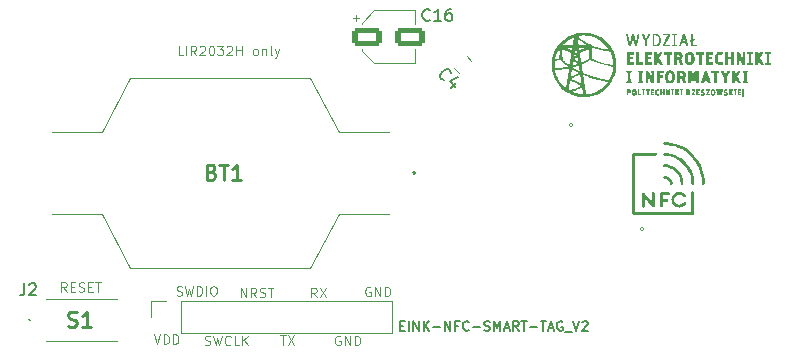
<source format=gto>
%TF.GenerationSoftware,KiCad,Pcbnew,7.0.5*%
%TF.CreationDate,2023-07-22T13:56:16+02:00*%
%TF.ProjectId,eink-NFC,65696e6b-2d4e-4464-932e-6b696361645f,rev?*%
%TF.SameCoordinates,Original*%
%TF.FileFunction,Legend,Top*%
%TF.FilePolarity,Positive*%
%FSLAX46Y46*%
G04 Gerber Fmt 4.6, Leading zero omitted, Abs format (unit mm)*
G04 Created by KiCad (PCBNEW 7.0.5) date 2023-07-22 13:56:16*
%MOMM*%
%LPD*%
G01*
G04 APERTURE LIST*
G04 Aperture macros list*
%AMRoundRect*
0 Rectangle with rounded corners*
0 $1 Rounding radius*
0 $2 $3 $4 $5 $6 $7 $8 $9 X,Y pos of 4 corners*
0 Add a 4 corners polygon primitive as box body*
4,1,4,$2,$3,$4,$5,$6,$7,$8,$9,$2,$3,0*
0 Add four circle primitives for the rounded corners*
1,1,$1+$1,$2,$3*
1,1,$1+$1,$4,$5*
1,1,$1+$1,$6,$7*
1,1,$1+$1,$8,$9*
0 Add four rect primitives between the rounded corners*
20,1,$1+$1,$2,$3,$4,$5,0*
20,1,$1+$1,$4,$5,$6,$7,0*
20,1,$1+$1,$6,$7,$8,$9,0*
20,1,$1+$1,$8,$9,$2,$3,0*%
G04 Aperture macros list end*
%ADD10C,0.080000*%
%ADD11C,0.100000*%
%ADD12C,0.152400*%
%ADD13C,0.150000*%
%ADD14C,0.254000*%
%ADD15C,0.120000*%
%ADD16C,0.200000*%
%ADD17RoundRect,0.050800X-0.100000X0.100000X-0.100000X-0.100000X0.100000X-0.100000X0.100000X0.100000X0*%
%ADD18RoundRect,0.250000X0.574524X0.097227X0.097227X0.574524X-0.574524X-0.097227X-0.097227X-0.574524X0*%
%ADD19C,1.800000*%
%ADD20O,1.700000X1.700000*%
%ADD21R,1.700000X1.700000*%
%ADD22R,2.600000X3.500000*%
%ADD23RoundRect,0.250000X-1.050000X-0.550000X1.050000X-0.550000X1.050000X0.550000X-1.050000X0.550000X0*%
G04 APERTURE END LIST*
D10*
X142775154Y-91236430D02*
X142698964Y-91198335D01*
X142698964Y-91198335D02*
X142584678Y-91198335D01*
X142584678Y-91198335D02*
X142470392Y-91236430D01*
X142470392Y-91236430D02*
X142394202Y-91312620D01*
X142394202Y-91312620D02*
X142356107Y-91388811D01*
X142356107Y-91388811D02*
X142318011Y-91541192D01*
X142318011Y-91541192D02*
X142318011Y-91655478D01*
X142318011Y-91655478D02*
X142356107Y-91807859D01*
X142356107Y-91807859D02*
X142394202Y-91884049D01*
X142394202Y-91884049D02*
X142470392Y-91960240D01*
X142470392Y-91960240D02*
X142584678Y-91998335D01*
X142584678Y-91998335D02*
X142660869Y-91998335D01*
X142660869Y-91998335D02*
X142775154Y-91960240D01*
X142775154Y-91960240D02*
X142813250Y-91922144D01*
X142813250Y-91922144D02*
X142813250Y-91655478D01*
X142813250Y-91655478D02*
X142660869Y-91655478D01*
X143156107Y-91998335D02*
X143156107Y-91198335D01*
X143156107Y-91198335D02*
X143613250Y-91998335D01*
X143613250Y-91998335D02*
X143613250Y-91198335D01*
X143994202Y-91998335D02*
X143994202Y-91198335D01*
X143994202Y-91198335D02*
X144184678Y-91198335D01*
X144184678Y-91198335D02*
X144298964Y-91236430D01*
X144298964Y-91236430D02*
X144375154Y-91312620D01*
X144375154Y-91312620D02*
X144413249Y-91388811D01*
X144413249Y-91388811D02*
X144451345Y-91541192D01*
X144451345Y-91541192D02*
X144451345Y-91655478D01*
X144451345Y-91655478D02*
X144413249Y-91807859D01*
X144413249Y-91807859D02*
X144375154Y-91884049D01*
X144375154Y-91884049D02*
X144298964Y-91960240D01*
X144298964Y-91960240D02*
X144184678Y-91998335D01*
X144184678Y-91998335D02*
X143994202Y-91998335D01*
X140209754Y-95351230D02*
X140133564Y-95313135D01*
X140133564Y-95313135D02*
X140019278Y-95313135D01*
X140019278Y-95313135D02*
X139904992Y-95351230D01*
X139904992Y-95351230D02*
X139828802Y-95427420D01*
X139828802Y-95427420D02*
X139790707Y-95503611D01*
X139790707Y-95503611D02*
X139752611Y-95655992D01*
X139752611Y-95655992D02*
X139752611Y-95770278D01*
X139752611Y-95770278D02*
X139790707Y-95922659D01*
X139790707Y-95922659D02*
X139828802Y-95998849D01*
X139828802Y-95998849D02*
X139904992Y-96075040D01*
X139904992Y-96075040D02*
X140019278Y-96113135D01*
X140019278Y-96113135D02*
X140095469Y-96113135D01*
X140095469Y-96113135D02*
X140209754Y-96075040D01*
X140209754Y-96075040D02*
X140247850Y-96036944D01*
X140247850Y-96036944D02*
X140247850Y-95770278D01*
X140247850Y-95770278D02*
X140095469Y-95770278D01*
X140590707Y-96113135D02*
X140590707Y-95313135D01*
X140590707Y-95313135D02*
X141047850Y-96113135D01*
X141047850Y-96113135D02*
X141047850Y-95313135D01*
X141428802Y-96113135D02*
X141428802Y-95313135D01*
X141428802Y-95313135D02*
X141619278Y-95313135D01*
X141619278Y-95313135D02*
X141733564Y-95351230D01*
X141733564Y-95351230D02*
X141809754Y-95427420D01*
X141809754Y-95427420D02*
X141847849Y-95503611D01*
X141847849Y-95503611D02*
X141885945Y-95655992D01*
X141885945Y-95655992D02*
X141885945Y-95770278D01*
X141885945Y-95770278D02*
X141847849Y-95922659D01*
X141847849Y-95922659D02*
X141809754Y-95998849D01*
X141809754Y-95998849D02*
X141733564Y-96075040D01*
X141733564Y-96075040D02*
X141619278Y-96113135D01*
X141619278Y-96113135D02*
X141428802Y-96113135D01*
X138215850Y-92074535D02*
X137949183Y-91693582D01*
X137758707Y-92074535D02*
X137758707Y-91274535D01*
X137758707Y-91274535D02*
X138063469Y-91274535D01*
X138063469Y-91274535D02*
X138139659Y-91312630D01*
X138139659Y-91312630D02*
X138177754Y-91350725D01*
X138177754Y-91350725D02*
X138215850Y-91426916D01*
X138215850Y-91426916D02*
X138215850Y-91541201D01*
X138215850Y-91541201D02*
X138177754Y-91617392D01*
X138177754Y-91617392D02*
X138139659Y-91655487D01*
X138139659Y-91655487D02*
X138063469Y-91693582D01*
X138063469Y-91693582D02*
X137758707Y-91693582D01*
X138482516Y-91274535D02*
X139015850Y-92074535D01*
X139015850Y-91274535D02*
X138482516Y-92074535D01*
X135155221Y-95287735D02*
X135612364Y-95287735D01*
X135383792Y-96087735D02*
X135383792Y-95287735D01*
X135802840Y-95287735D02*
X136336174Y-96087735D01*
X136336174Y-95287735D02*
X135802840Y-96087735D01*
X131815107Y-92049135D02*
X131815107Y-91249135D01*
X131815107Y-91249135D02*
X132272250Y-92049135D01*
X132272250Y-92049135D02*
X132272250Y-91249135D01*
X133110345Y-92049135D02*
X132843678Y-91668182D01*
X132653202Y-92049135D02*
X132653202Y-91249135D01*
X132653202Y-91249135D02*
X132957964Y-91249135D01*
X132957964Y-91249135D02*
X133034154Y-91287230D01*
X133034154Y-91287230D02*
X133072249Y-91325325D01*
X133072249Y-91325325D02*
X133110345Y-91401516D01*
X133110345Y-91401516D02*
X133110345Y-91515801D01*
X133110345Y-91515801D02*
X133072249Y-91591992D01*
X133072249Y-91591992D02*
X133034154Y-91630087D01*
X133034154Y-91630087D02*
X132957964Y-91668182D01*
X132957964Y-91668182D02*
X132653202Y-91668182D01*
X133415106Y-92011040D02*
X133529392Y-92049135D01*
X133529392Y-92049135D02*
X133719868Y-92049135D01*
X133719868Y-92049135D02*
X133796059Y-92011040D01*
X133796059Y-92011040D02*
X133834154Y-91972944D01*
X133834154Y-91972944D02*
X133872249Y-91896754D01*
X133872249Y-91896754D02*
X133872249Y-91820563D01*
X133872249Y-91820563D02*
X133834154Y-91744373D01*
X133834154Y-91744373D02*
X133796059Y-91706278D01*
X133796059Y-91706278D02*
X133719868Y-91668182D01*
X133719868Y-91668182D02*
X133567487Y-91630087D01*
X133567487Y-91630087D02*
X133491297Y-91591992D01*
X133491297Y-91591992D02*
X133453202Y-91553897D01*
X133453202Y-91553897D02*
X133415106Y-91477706D01*
X133415106Y-91477706D02*
X133415106Y-91401516D01*
X133415106Y-91401516D02*
X133453202Y-91325325D01*
X133453202Y-91325325D02*
X133491297Y-91287230D01*
X133491297Y-91287230D02*
X133567487Y-91249135D01*
X133567487Y-91249135D02*
X133757964Y-91249135D01*
X133757964Y-91249135D02*
X133872249Y-91287230D01*
X134100821Y-91249135D02*
X134557964Y-91249135D01*
X134329392Y-92049135D02*
X134329392Y-91249135D01*
X128754411Y-96075040D02*
X128868697Y-96113135D01*
X128868697Y-96113135D02*
X129059173Y-96113135D01*
X129059173Y-96113135D02*
X129135364Y-96075040D01*
X129135364Y-96075040D02*
X129173459Y-96036944D01*
X129173459Y-96036944D02*
X129211554Y-95960754D01*
X129211554Y-95960754D02*
X129211554Y-95884563D01*
X129211554Y-95884563D02*
X129173459Y-95808373D01*
X129173459Y-95808373D02*
X129135364Y-95770278D01*
X129135364Y-95770278D02*
X129059173Y-95732182D01*
X129059173Y-95732182D02*
X128906792Y-95694087D01*
X128906792Y-95694087D02*
X128830602Y-95655992D01*
X128830602Y-95655992D02*
X128792507Y-95617897D01*
X128792507Y-95617897D02*
X128754411Y-95541706D01*
X128754411Y-95541706D02*
X128754411Y-95465516D01*
X128754411Y-95465516D02*
X128792507Y-95389325D01*
X128792507Y-95389325D02*
X128830602Y-95351230D01*
X128830602Y-95351230D02*
X128906792Y-95313135D01*
X128906792Y-95313135D02*
X129097269Y-95313135D01*
X129097269Y-95313135D02*
X129211554Y-95351230D01*
X129478221Y-95313135D02*
X129668697Y-96113135D01*
X129668697Y-96113135D02*
X129821078Y-95541706D01*
X129821078Y-95541706D02*
X129973459Y-96113135D01*
X129973459Y-96113135D02*
X130163936Y-95313135D01*
X130925841Y-96036944D02*
X130887745Y-96075040D01*
X130887745Y-96075040D02*
X130773460Y-96113135D01*
X130773460Y-96113135D02*
X130697269Y-96113135D01*
X130697269Y-96113135D02*
X130582983Y-96075040D01*
X130582983Y-96075040D02*
X130506793Y-95998849D01*
X130506793Y-95998849D02*
X130468698Y-95922659D01*
X130468698Y-95922659D02*
X130430602Y-95770278D01*
X130430602Y-95770278D02*
X130430602Y-95655992D01*
X130430602Y-95655992D02*
X130468698Y-95503611D01*
X130468698Y-95503611D02*
X130506793Y-95427420D01*
X130506793Y-95427420D02*
X130582983Y-95351230D01*
X130582983Y-95351230D02*
X130697269Y-95313135D01*
X130697269Y-95313135D02*
X130773460Y-95313135D01*
X130773460Y-95313135D02*
X130887745Y-95351230D01*
X130887745Y-95351230D02*
X130925841Y-95389325D01*
X131649650Y-96113135D02*
X131268698Y-96113135D01*
X131268698Y-96113135D02*
X131268698Y-95313135D01*
X131916317Y-96113135D02*
X131916317Y-95313135D01*
X132373460Y-96113135D02*
X132030602Y-95655992D01*
X132373460Y-95313135D02*
X131916317Y-95770278D01*
X126366811Y-91884040D02*
X126481097Y-91922135D01*
X126481097Y-91922135D02*
X126671573Y-91922135D01*
X126671573Y-91922135D02*
X126747764Y-91884040D01*
X126747764Y-91884040D02*
X126785859Y-91845944D01*
X126785859Y-91845944D02*
X126823954Y-91769754D01*
X126823954Y-91769754D02*
X126823954Y-91693563D01*
X126823954Y-91693563D02*
X126785859Y-91617373D01*
X126785859Y-91617373D02*
X126747764Y-91579278D01*
X126747764Y-91579278D02*
X126671573Y-91541182D01*
X126671573Y-91541182D02*
X126519192Y-91503087D01*
X126519192Y-91503087D02*
X126443002Y-91464992D01*
X126443002Y-91464992D02*
X126404907Y-91426897D01*
X126404907Y-91426897D02*
X126366811Y-91350706D01*
X126366811Y-91350706D02*
X126366811Y-91274516D01*
X126366811Y-91274516D02*
X126404907Y-91198325D01*
X126404907Y-91198325D02*
X126443002Y-91160230D01*
X126443002Y-91160230D02*
X126519192Y-91122135D01*
X126519192Y-91122135D02*
X126709669Y-91122135D01*
X126709669Y-91122135D02*
X126823954Y-91160230D01*
X127090621Y-91122135D02*
X127281097Y-91922135D01*
X127281097Y-91922135D02*
X127433478Y-91350706D01*
X127433478Y-91350706D02*
X127585859Y-91922135D01*
X127585859Y-91922135D02*
X127776336Y-91122135D01*
X128081098Y-91922135D02*
X128081098Y-91122135D01*
X128081098Y-91122135D02*
X128271574Y-91122135D01*
X128271574Y-91122135D02*
X128385860Y-91160230D01*
X128385860Y-91160230D02*
X128462050Y-91236420D01*
X128462050Y-91236420D02*
X128500145Y-91312611D01*
X128500145Y-91312611D02*
X128538241Y-91464992D01*
X128538241Y-91464992D02*
X128538241Y-91579278D01*
X128538241Y-91579278D02*
X128500145Y-91731659D01*
X128500145Y-91731659D02*
X128462050Y-91807849D01*
X128462050Y-91807849D02*
X128385860Y-91884040D01*
X128385860Y-91884040D02*
X128271574Y-91922135D01*
X128271574Y-91922135D02*
X128081098Y-91922135D01*
X128881098Y-91922135D02*
X128881098Y-91122135D01*
X129414431Y-91122135D02*
X129566812Y-91122135D01*
X129566812Y-91122135D02*
X129643002Y-91160230D01*
X129643002Y-91160230D02*
X129719193Y-91236420D01*
X129719193Y-91236420D02*
X129757288Y-91388801D01*
X129757288Y-91388801D02*
X129757288Y-91655468D01*
X129757288Y-91655468D02*
X129719193Y-91807849D01*
X129719193Y-91807849D02*
X129643002Y-91884040D01*
X129643002Y-91884040D02*
X129566812Y-91922135D01*
X129566812Y-91922135D02*
X129414431Y-91922135D01*
X129414431Y-91922135D02*
X129338240Y-91884040D01*
X129338240Y-91884040D02*
X129262050Y-91807849D01*
X129262050Y-91807849D02*
X129223954Y-91655468D01*
X129223954Y-91655468D02*
X129223954Y-91388801D01*
X129223954Y-91388801D02*
X129262050Y-91236420D01*
X129262050Y-91236420D02*
X129338240Y-91160230D01*
X129338240Y-91160230D02*
X129414431Y-91122135D01*
X124461821Y-95211535D02*
X124728488Y-96011535D01*
X124728488Y-96011535D02*
X124995154Y-95211535D01*
X125261821Y-96011535D02*
X125261821Y-95211535D01*
X125261821Y-95211535D02*
X125452297Y-95211535D01*
X125452297Y-95211535D02*
X125566583Y-95249630D01*
X125566583Y-95249630D02*
X125642773Y-95325820D01*
X125642773Y-95325820D02*
X125680868Y-95402011D01*
X125680868Y-95402011D02*
X125718964Y-95554392D01*
X125718964Y-95554392D02*
X125718964Y-95668678D01*
X125718964Y-95668678D02*
X125680868Y-95821059D01*
X125680868Y-95821059D02*
X125642773Y-95897249D01*
X125642773Y-95897249D02*
X125566583Y-95973440D01*
X125566583Y-95973440D02*
X125452297Y-96011535D01*
X125452297Y-96011535D02*
X125261821Y-96011535D01*
X126061821Y-96011535D02*
X126061821Y-95211535D01*
X126061821Y-95211535D02*
X126252297Y-95211535D01*
X126252297Y-95211535D02*
X126366583Y-95249630D01*
X126366583Y-95249630D02*
X126442773Y-95325820D01*
X126442773Y-95325820D02*
X126480868Y-95402011D01*
X126480868Y-95402011D02*
X126518964Y-95554392D01*
X126518964Y-95554392D02*
X126518964Y-95668678D01*
X126518964Y-95668678D02*
X126480868Y-95821059D01*
X126480868Y-95821059D02*
X126442773Y-95897249D01*
X126442773Y-95897249D02*
X126366583Y-95973440D01*
X126366583Y-95973440D02*
X126252297Y-96011535D01*
X126252297Y-96011535D02*
X126061821Y-96011535D01*
D11*
X126926017Y-71575695D02*
X126545065Y-71575695D01*
X126545065Y-71575695D02*
X126545065Y-70775695D01*
X127192684Y-71575695D02*
X127192684Y-70775695D01*
X128030779Y-71575695D02*
X127764112Y-71194742D01*
X127573636Y-71575695D02*
X127573636Y-70775695D01*
X127573636Y-70775695D02*
X127878398Y-70775695D01*
X127878398Y-70775695D02*
X127954588Y-70813790D01*
X127954588Y-70813790D02*
X127992683Y-70851885D01*
X127992683Y-70851885D02*
X128030779Y-70928076D01*
X128030779Y-70928076D02*
X128030779Y-71042361D01*
X128030779Y-71042361D02*
X127992683Y-71118552D01*
X127992683Y-71118552D02*
X127954588Y-71156647D01*
X127954588Y-71156647D02*
X127878398Y-71194742D01*
X127878398Y-71194742D02*
X127573636Y-71194742D01*
X128335540Y-70851885D02*
X128373636Y-70813790D01*
X128373636Y-70813790D02*
X128449826Y-70775695D01*
X128449826Y-70775695D02*
X128640302Y-70775695D01*
X128640302Y-70775695D02*
X128716493Y-70813790D01*
X128716493Y-70813790D02*
X128754588Y-70851885D01*
X128754588Y-70851885D02*
X128792683Y-70928076D01*
X128792683Y-70928076D02*
X128792683Y-71004266D01*
X128792683Y-71004266D02*
X128754588Y-71118552D01*
X128754588Y-71118552D02*
X128297445Y-71575695D01*
X128297445Y-71575695D02*
X128792683Y-71575695D01*
X129287922Y-70775695D02*
X129364112Y-70775695D01*
X129364112Y-70775695D02*
X129440303Y-70813790D01*
X129440303Y-70813790D02*
X129478398Y-70851885D01*
X129478398Y-70851885D02*
X129516493Y-70928076D01*
X129516493Y-70928076D02*
X129554588Y-71080457D01*
X129554588Y-71080457D02*
X129554588Y-71270933D01*
X129554588Y-71270933D02*
X129516493Y-71423314D01*
X129516493Y-71423314D02*
X129478398Y-71499504D01*
X129478398Y-71499504D02*
X129440303Y-71537600D01*
X129440303Y-71537600D02*
X129364112Y-71575695D01*
X129364112Y-71575695D02*
X129287922Y-71575695D01*
X129287922Y-71575695D02*
X129211731Y-71537600D01*
X129211731Y-71537600D02*
X129173636Y-71499504D01*
X129173636Y-71499504D02*
X129135541Y-71423314D01*
X129135541Y-71423314D02*
X129097445Y-71270933D01*
X129097445Y-71270933D02*
X129097445Y-71080457D01*
X129097445Y-71080457D02*
X129135541Y-70928076D01*
X129135541Y-70928076D02*
X129173636Y-70851885D01*
X129173636Y-70851885D02*
X129211731Y-70813790D01*
X129211731Y-70813790D02*
X129287922Y-70775695D01*
X129821255Y-70775695D02*
X130316493Y-70775695D01*
X130316493Y-70775695D02*
X130049827Y-71080457D01*
X130049827Y-71080457D02*
X130164112Y-71080457D01*
X130164112Y-71080457D02*
X130240303Y-71118552D01*
X130240303Y-71118552D02*
X130278398Y-71156647D01*
X130278398Y-71156647D02*
X130316493Y-71232838D01*
X130316493Y-71232838D02*
X130316493Y-71423314D01*
X130316493Y-71423314D02*
X130278398Y-71499504D01*
X130278398Y-71499504D02*
X130240303Y-71537600D01*
X130240303Y-71537600D02*
X130164112Y-71575695D01*
X130164112Y-71575695D02*
X129935541Y-71575695D01*
X129935541Y-71575695D02*
X129859350Y-71537600D01*
X129859350Y-71537600D02*
X129821255Y-71499504D01*
X130621255Y-70851885D02*
X130659351Y-70813790D01*
X130659351Y-70813790D02*
X130735541Y-70775695D01*
X130735541Y-70775695D02*
X130926017Y-70775695D01*
X130926017Y-70775695D02*
X131002208Y-70813790D01*
X131002208Y-70813790D02*
X131040303Y-70851885D01*
X131040303Y-70851885D02*
X131078398Y-70928076D01*
X131078398Y-70928076D02*
X131078398Y-71004266D01*
X131078398Y-71004266D02*
X131040303Y-71118552D01*
X131040303Y-71118552D02*
X130583160Y-71575695D01*
X130583160Y-71575695D02*
X131078398Y-71575695D01*
X131421256Y-71575695D02*
X131421256Y-70775695D01*
X131421256Y-71156647D02*
X131878399Y-71156647D01*
X131878399Y-71575695D02*
X131878399Y-70775695D01*
X132983160Y-71575695D02*
X132906970Y-71537600D01*
X132906970Y-71537600D02*
X132868875Y-71499504D01*
X132868875Y-71499504D02*
X132830779Y-71423314D01*
X132830779Y-71423314D02*
X132830779Y-71194742D01*
X132830779Y-71194742D02*
X132868875Y-71118552D01*
X132868875Y-71118552D02*
X132906970Y-71080457D01*
X132906970Y-71080457D02*
X132983160Y-71042361D01*
X132983160Y-71042361D02*
X133097446Y-71042361D01*
X133097446Y-71042361D02*
X133173637Y-71080457D01*
X133173637Y-71080457D02*
X133211732Y-71118552D01*
X133211732Y-71118552D02*
X133249827Y-71194742D01*
X133249827Y-71194742D02*
X133249827Y-71423314D01*
X133249827Y-71423314D02*
X133211732Y-71499504D01*
X133211732Y-71499504D02*
X133173637Y-71537600D01*
X133173637Y-71537600D02*
X133097446Y-71575695D01*
X133097446Y-71575695D02*
X132983160Y-71575695D01*
X133592685Y-71042361D02*
X133592685Y-71575695D01*
X133592685Y-71118552D02*
X133630780Y-71080457D01*
X133630780Y-71080457D02*
X133706970Y-71042361D01*
X133706970Y-71042361D02*
X133821256Y-71042361D01*
X133821256Y-71042361D02*
X133897447Y-71080457D01*
X133897447Y-71080457D02*
X133935542Y-71156647D01*
X133935542Y-71156647D02*
X133935542Y-71575695D01*
X134430780Y-71575695D02*
X134354590Y-71537600D01*
X134354590Y-71537600D02*
X134316495Y-71461409D01*
X134316495Y-71461409D02*
X134316495Y-70775695D01*
X134659352Y-71042361D02*
X134849828Y-71575695D01*
X135040305Y-71042361D02*
X134849828Y-71575695D01*
X134849828Y-71575695D02*
X134773638Y-71766171D01*
X134773638Y-71766171D02*
X134735543Y-71804266D01*
X134735543Y-71804266D02*
X134659352Y-71842361D01*
X117045408Y-91590895D02*
X116778741Y-91209942D01*
X116588265Y-91590895D02*
X116588265Y-90790895D01*
X116588265Y-90790895D02*
X116893027Y-90790895D01*
X116893027Y-90790895D02*
X116969217Y-90828990D01*
X116969217Y-90828990D02*
X117007312Y-90867085D01*
X117007312Y-90867085D02*
X117045408Y-90943276D01*
X117045408Y-90943276D02*
X117045408Y-91057561D01*
X117045408Y-91057561D02*
X117007312Y-91133752D01*
X117007312Y-91133752D02*
X116969217Y-91171847D01*
X116969217Y-91171847D02*
X116893027Y-91209942D01*
X116893027Y-91209942D02*
X116588265Y-91209942D01*
X117388265Y-91171847D02*
X117654931Y-91171847D01*
X117769217Y-91590895D02*
X117388265Y-91590895D01*
X117388265Y-91590895D02*
X117388265Y-90790895D01*
X117388265Y-90790895D02*
X117769217Y-90790895D01*
X118073979Y-91552800D02*
X118188265Y-91590895D01*
X118188265Y-91590895D02*
X118378741Y-91590895D01*
X118378741Y-91590895D02*
X118454932Y-91552800D01*
X118454932Y-91552800D02*
X118493027Y-91514704D01*
X118493027Y-91514704D02*
X118531122Y-91438514D01*
X118531122Y-91438514D02*
X118531122Y-91362323D01*
X118531122Y-91362323D02*
X118493027Y-91286133D01*
X118493027Y-91286133D02*
X118454932Y-91248038D01*
X118454932Y-91248038D02*
X118378741Y-91209942D01*
X118378741Y-91209942D02*
X118226360Y-91171847D01*
X118226360Y-91171847D02*
X118150170Y-91133752D01*
X118150170Y-91133752D02*
X118112075Y-91095657D01*
X118112075Y-91095657D02*
X118073979Y-91019466D01*
X118073979Y-91019466D02*
X118073979Y-90943276D01*
X118073979Y-90943276D02*
X118112075Y-90867085D01*
X118112075Y-90867085D02*
X118150170Y-90828990D01*
X118150170Y-90828990D02*
X118226360Y-90790895D01*
X118226360Y-90790895D02*
X118416837Y-90790895D01*
X118416837Y-90790895D02*
X118531122Y-90828990D01*
X118873980Y-91171847D02*
X119140646Y-91171847D01*
X119254932Y-91590895D02*
X118873980Y-91590895D01*
X118873980Y-91590895D02*
X118873980Y-90790895D01*
X118873980Y-90790895D02*
X119254932Y-90790895D01*
X119483504Y-90790895D02*
X119940647Y-90790895D01*
X119712075Y-91590895D02*
X119712075Y-90790895D01*
D12*
X145293786Y-94466851D02*
X145564720Y-94466851D01*
X145680834Y-94892603D02*
X145293786Y-94892603D01*
X145293786Y-94892603D02*
X145293786Y-94079803D01*
X145293786Y-94079803D02*
X145680834Y-94079803D01*
X146029176Y-94892603D02*
X146029176Y-94079803D01*
X146416224Y-94892603D02*
X146416224Y-94079803D01*
X146416224Y-94079803D02*
X146880681Y-94892603D01*
X146880681Y-94892603D02*
X146880681Y-94079803D01*
X147267729Y-94892603D02*
X147267729Y-94079803D01*
X147732186Y-94892603D02*
X147383844Y-94428146D01*
X147732186Y-94079803D02*
X147267729Y-94544260D01*
X148080529Y-94582965D02*
X148699806Y-94582965D01*
X149086853Y-94892603D02*
X149086853Y-94079803D01*
X149086853Y-94079803D02*
X149551310Y-94892603D01*
X149551310Y-94892603D02*
X149551310Y-94079803D01*
X150209292Y-94466851D02*
X149938358Y-94466851D01*
X149938358Y-94892603D02*
X149938358Y-94079803D01*
X149938358Y-94079803D02*
X150325406Y-94079803D01*
X151099501Y-94815194D02*
X151060797Y-94853899D01*
X151060797Y-94853899D02*
X150944682Y-94892603D01*
X150944682Y-94892603D02*
X150867273Y-94892603D01*
X150867273Y-94892603D02*
X150751159Y-94853899D01*
X150751159Y-94853899D02*
X150673749Y-94776489D01*
X150673749Y-94776489D02*
X150635044Y-94699079D01*
X150635044Y-94699079D02*
X150596340Y-94544260D01*
X150596340Y-94544260D02*
X150596340Y-94428146D01*
X150596340Y-94428146D02*
X150635044Y-94273327D01*
X150635044Y-94273327D02*
X150673749Y-94195918D01*
X150673749Y-94195918D02*
X150751159Y-94118508D01*
X150751159Y-94118508D02*
X150867273Y-94079803D01*
X150867273Y-94079803D02*
X150944682Y-94079803D01*
X150944682Y-94079803D02*
X151060797Y-94118508D01*
X151060797Y-94118508D02*
X151099501Y-94157213D01*
X151447844Y-94582965D02*
X152067121Y-94582965D01*
X152415464Y-94853899D02*
X152531578Y-94892603D01*
X152531578Y-94892603D02*
X152725102Y-94892603D01*
X152725102Y-94892603D02*
X152802511Y-94853899D01*
X152802511Y-94853899D02*
X152841216Y-94815194D01*
X152841216Y-94815194D02*
X152879921Y-94737784D01*
X152879921Y-94737784D02*
X152879921Y-94660375D01*
X152879921Y-94660375D02*
X152841216Y-94582965D01*
X152841216Y-94582965D02*
X152802511Y-94544260D01*
X152802511Y-94544260D02*
X152725102Y-94505556D01*
X152725102Y-94505556D02*
X152570283Y-94466851D01*
X152570283Y-94466851D02*
X152492873Y-94428146D01*
X152492873Y-94428146D02*
X152454168Y-94389441D01*
X152454168Y-94389441D02*
X152415464Y-94312032D01*
X152415464Y-94312032D02*
X152415464Y-94234622D01*
X152415464Y-94234622D02*
X152454168Y-94157213D01*
X152454168Y-94157213D02*
X152492873Y-94118508D01*
X152492873Y-94118508D02*
X152570283Y-94079803D01*
X152570283Y-94079803D02*
X152763806Y-94079803D01*
X152763806Y-94079803D02*
X152879921Y-94118508D01*
X153228263Y-94892603D02*
X153228263Y-94079803D01*
X153228263Y-94079803D02*
X153499197Y-94660375D01*
X153499197Y-94660375D02*
X153770130Y-94079803D01*
X153770130Y-94079803D02*
X153770130Y-94892603D01*
X154118473Y-94660375D02*
X154505520Y-94660375D01*
X154041063Y-94892603D02*
X154311996Y-94079803D01*
X154311996Y-94079803D02*
X154582930Y-94892603D01*
X155318320Y-94892603D02*
X155047387Y-94505556D01*
X154853863Y-94892603D02*
X154853863Y-94079803D01*
X154853863Y-94079803D02*
X155163501Y-94079803D01*
X155163501Y-94079803D02*
X155240911Y-94118508D01*
X155240911Y-94118508D02*
X155279616Y-94157213D01*
X155279616Y-94157213D02*
X155318320Y-94234622D01*
X155318320Y-94234622D02*
X155318320Y-94350737D01*
X155318320Y-94350737D02*
X155279616Y-94428146D01*
X155279616Y-94428146D02*
X155240911Y-94466851D01*
X155240911Y-94466851D02*
X155163501Y-94505556D01*
X155163501Y-94505556D02*
X154853863Y-94505556D01*
X155550549Y-94079803D02*
X156015006Y-94079803D01*
X155782778Y-94892603D02*
X155782778Y-94079803D01*
X156285939Y-94582965D02*
X156905216Y-94582965D01*
X157176149Y-94079803D02*
X157640606Y-94079803D01*
X157408378Y-94892603D02*
X157408378Y-94079803D01*
X157872835Y-94660375D02*
X158259882Y-94660375D01*
X157795425Y-94892603D02*
X158066358Y-94079803D01*
X158066358Y-94079803D02*
X158337292Y-94892603D01*
X159033978Y-94118508D02*
X158956568Y-94079803D01*
X158956568Y-94079803D02*
X158840454Y-94079803D01*
X158840454Y-94079803D02*
X158724340Y-94118508D01*
X158724340Y-94118508D02*
X158646930Y-94195918D01*
X158646930Y-94195918D02*
X158608225Y-94273327D01*
X158608225Y-94273327D02*
X158569521Y-94428146D01*
X158569521Y-94428146D02*
X158569521Y-94544260D01*
X158569521Y-94544260D02*
X158608225Y-94699079D01*
X158608225Y-94699079D02*
X158646930Y-94776489D01*
X158646930Y-94776489D02*
X158724340Y-94853899D01*
X158724340Y-94853899D02*
X158840454Y-94892603D01*
X158840454Y-94892603D02*
X158917863Y-94892603D01*
X158917863Y-94892603D02*
X159033978Y-94853899D01*
X159033978Y-94853899D02*
X159072682Y-94815194D01*
X159072682Y-94815194D02*
X159072682Y-94544260D01*
X159072682Y-94544260D02*
X158917863Y-94544260D01*
X159227502Y-94970013D02*
X159846778Y-94970013D01*
X159924187Y-94079803D02*
X160195120Y-94892603D01*
X160195120Y-94892603D02*
X160466054Y-94079803D01*
X160698283Y-94157213D02*
X160736987Y-94118508D01*
X160736987Y-94118508D02*
X160814397Y-94079803D01*
X160814397Y-94079803D02*
X161007921Y-94079803D01*
X161007921Y-94079803D02*
X161085330Y-94118508D01*
X161085330Y-94118508D02*
X161124035Y-94157213D01*
X161124035Y-94157213D02*
X161162740Y-94234622D01*
X161162740Y-94234622D02*
X161162740Y-94312032D01*
X161162740Y-94312032D02*
X161124035Y-94428146D01*
X161124035Y-94428146D02*
X160659578Y-94892603D01*
X160659578Y-94892603D02*
X161162740Y-94892603D01*
D13*
%TO.C,C4*%
X149033571Y-73684973D02*
X148966227Y-73684973D01*
X148966227Y-73684973D02*
X148831540Y-73617629D01*
X148831540Y-73617629D02*
X148764197Y-73550286D01*
X148764197Y-73550286D02*
X148696853Y-73415599D01*
X148696853Y-73415599D02*
X148696853Y-73280912D01*
X148696853Y-73280912D02*
X148730525Y-73179897D01*
X148730525Y-73179897D02*
X148831540Y-73011538D01*
X148831540Y-73011538D02*
X148932555Y-72910523D01*
X148932555Y-72910523D02*
X149100914Y-72809507D01*
X149100914Y-72809507D02*
X149201929Y-72775836D01*
X149201929Y-72775836D02*
X149336616Y-72775836D01*
X149336616Y-72775836D02*
X149471303Y-72843179D01*
X149471303Y-72843179D02*
X149538647Y-72910523D01*
X149538647Y-72910523D02*
X149605990Y-73045210D01*
X149605990Y-73045210D02*
X149605990Y-73112553D01*
X150043723Y-73887003D02*
X149572319Y-74358408D01*
X150144738Y-73449271D02*
X149471303Y-73785988D01*
X149471303Y-73785988D02*
X149909036Y-74223721D01*
D14*
%TO.C,S1*%
X117163880Y-94493842D02*
X117345309Y-94554318D01*
X117345309Y-94554318D02*
X117647690Y-94554318D01*
X117647690Y-94554318D02*
X117768642Y-94493842D01*
X117768642Y-94493842D02*
X117829118Y-94433365D01*
X117829118Y-94433365D02*
X117889595Y-94312413D01*
X117889595Y-94312413D02*
X117889595Y-94191461D01*
X117889595Y-94191461D02*
X117829118Y-94070508D01*
X117829118Y-94070508D02*
X117768642Y-94010032D01*
X117768642Y-94010032D02*
X117647690Y-93949556D01*
X117647690Y-93949556D02*
X117405785Y-93889080D01*
X117405785Y-93889080D02*
X117284833Y-93828603D01*
X117284833Y-93828603D02*
X117224356Y-93768127D01*
X117224356Y-93768127D02*
X117163880Y-93647175D01*
X117163880Y-93647175D02*
X117163880Y-93526222D01*
X117163880Y-93526222D02*
X117224356Y-93405270D01*
X117224356Y-93405270D02*
X117284833Y-93344794D01*
X117284833Y-93344794D02*
X117405785Y-93284318D01*
X117405785Y-93284318D02*
X117708166Y-93284318D01*
X117708166Y-93284318D02*
X117889595Y-93344794D01*
X119099119Y-94554318D02*
X118373404Y-94554318D01*
X118736261Y-94554318D02*
X118736261Y-93284318D01*
X118736261Y-93284318D02*
X118615309Y-93465746D01*
X118615309Y-93465746D02*
X118494357Y-93586699D01*
X118494357Y-93586699D02*
X118373404Y-93647175D01*
D13*
%TO.C,J2*%
X113458666Y-90894819D02*
X113458666Y-91609104D01*
X113458666Y-91609104D02*
X113411047Y-91751961D01*
X113411047Y-91751961D02*
X113315809Y-91847200D01*
X113315809Y-91847200D02*
X113172952Y-91894819D01*
X113172952Y-91894819D02*
X113077714Y-91894819D01*
X113887238Y-90990057D02*
X113934857Y-90942438D01*
X113934857Y-90942438D02*
X114030095Y-90894819D01*
X114030095Y-90894819D02*
X114268190Y-90894819D01*
X114268190Y-90894819D02*
X114363428Y-90942438D01*
X114363428Y-90942438D02*
X114411047Y-90990057D01*
X114411047Y-90990057D02*
X114458666Y-91085295D01*
X114458666Y-91085295D02*
X114458666Y-91180533D01*
X114458666Y-91180533D02*
X114411047Y-91323390D01*
X114411047Y-91323390D02*
X113839619Y-91894819D01*
X113839619Y-91894819D02*
X114458666Y-91894819D01*
D14*
%TO.C,BT1*%
X129321643Y-81443080D02*
X129503071Y-81503556D01*
X129503071Y-81503556D02*
X129563548Y-81564032D01*
X129563548Y-81564032D02*
X129624024Y-81684984D01*
X129624024Y-81684984D02*
X129624024Y-81866413D01*
X129624024Y-81866413D02*
X129563548Y-81987365D01*
X129563548Y-81987365D02*
X129503071Y-82047842D01*
X129503071Y-82047842D02*
X129382119Y-82108318D01*
X129382119Y-82108318D02*
X128898309Y-82108318D01*
X128898309Y-82108318D02*
X128898309Y-80838318D01*
X128898309Y-80838318D02*
X129321643Y-80838318D01*
X129321643Y-80838318D02*
X129442595Y-80898794D01*
X129442595Y-80898794D02*
X129503071Y-80959270D01*
X129503071Y-80959270D02*
X129563548Y-81080222D01*
X129563548Y-81080222D02*
X129563548Y-81201175D01*
X129563548Y-81201175D02*
X129503071Y-81322127D01*
X129503071Y-81322127D02*
X129442595Y-81382603D01*
X129442595Y-81382603D02*
X129321643Y-81443080D01*
X129321643Y-81443080D02*
X128898309Y-81443080D01*
X129986881Y-80838318D02*
X130712595Y-80838318D01*
X130349738Y-82108318D02*
X130349738Y-80838318D01*
X131801167Y-82108318D02*
X131075452Y-82108318D01*
X131438309Y-82108318D02*
X131438309Y-80838318D01*
X131438309Y-80838318D02*
X131317357Y-81019746D01*
X131317357Y-81019746D02*
X131196405Y-81140699D01*
X131196405Y-81140699D02*
X131075452Y-81201175D01*
D13*
%TO.C,C16*%
X147794742Y-68558580D02*
X147747123Y-68606200D01*
X147747123Y-68606200D02*
X147604266Y-68653819D01*
X147604266Y-68653819D02*
X147509028Y-68653819D01*
X147509028Y-68653819D02*
X147366171Y-68606200D01*
X147366171Y-68606200D02*
X147270933Y-68510961D01*
X147270933Y-68510961D02*
X147223314Y-68415723D01*
X147223314Y-68415723D02*
X147175695Y-68225247D01*
X147175695Y-68225247D02*
X147175695Y-68082390D01*
X147175695Y-68082390D02*
X147223314Y-67891914D01*
X147223314Y-67891914D02*
X147270933Y-67796676D01*
X147270933Y-67796676D02*
X147366171Y-67701438D01*
X147366171Y-67701438D02*
X147509028Y-67653819D01*
X147509028Y-67653819D02*
X147604266Y-67653819D01*
X147604266Y-67653819D02*
X147747123Y-67701438D01*
X147747123Y-67701438D02*
X147794742Y-67749057D01*
X148747123Y-68653819D02*
X148175695Y-68653819D01*
X148461409Y-68653819D02*
X148461409Y-67653819D01*
X148461409Y-67653819D02*
X148366171Y-67796676D01*
X148366171Y-67796676D02*
X148270933Y-67891914D01*
X148270933Y-67891914D02*
X148175695Y-67939533D01*
X149604266Y-67653819D02*
X149413790Y-67653819D01*
X149413790Y-67653819D02*
X149318552Y-67701438D01*
X149318552Y-67701438D02*
X149270933Y-67749057D01*
X149270933Y-67749057D02*
X149175695Y-67891914D01*
X149175695Y-67891914D02*
X149128076Y-68082390D01*
X149128076Y-68082390D02*
X149128076Y-68463342D01*
X149128076Y-68463342D02*
X149175695Y-68558580D01*
X149175695Y-68558580D02*
X149223314Y-68606200D01*
X149223314Y-68606200D02*
X149318552Y-68653819D01*
X149318552Y-68653819D02*
X149509028Y-68653819D01*
X149509028Y-68653819D02*
X149604266Y-68606200D01*
X149604266Y-68606200D02*
X149651885Y-68558580D01*
X149651885Y-68558580D02*
X149699504Y-68463342D01*
X149699504Y-68463342D02*
X149699504Y-68225247D01*
X149699504Y-68225247D02*
X149651885Y-68130009D01*
X149651885Y-68130009D02*
X149604266Y-68082390D01*
X149604266Y-68082390D02*
X149509028Y-68034771D01*
X149509028Y-68034771D02*
X149318552Y-68034771D01*
X149318552Y-68034771D02*
X149223314Y-68082390D01*
X149223314Y-68082390D02*
X149175695Y-68130009D01*
X149175695Y-68130009D02*
X149128076Y-68225247D01*
%TO.C,G\u002A\u002A\u002A*%
G36*
X167712816Y-81788781D02*
G01*
X167753455Y-81791044D01*
X167882869Y-81811532D01*
X168000972Y-81858364D01*
X168113688Y-81934175D01*
X168154667Y-81969597D01*
X168224663Y-82044958D01*
X168282356Y-82129350D01*
X168326532Y-82217907D01*
X168355975Y-82305763D01*
X168369470Y-82388051D01*
X168365802Y-82459907D01*
X168343756Y-82516464D01*
X168302117Y-82552857D01*
X168300507Y-82553607D01*
X168264324Y-82567983D01*
X168237203Y-82568248D01*
X168201294Y-82555613D01*
X168167421Y-82533482D01*
X168144639Y-82495166D01*
X168129454Y-82433728D01*
X168125157Y-82404484D01*
X168095170Y-82294174D01*
X168037854Y-82198020D01*
X167956657Y-82119170D01*
X167855031Y-82060770D01*
X167736424Y-82025966D01*
X167705109Y-82021390D01*
X167643944Y-82008744D01*
X167604084Y-81985483D01*
X167590710Y-81970923D01*
X167563398Y-81922665D01*
X167564895Y-81877713D01*
X167594092Y-81828640D01*
X167613840Y-81805870D01*
X167634279Y-81793037D01*
X167664305Y-81788040D01*
X167712816Y-81788781D01*
G37*
G36*
X167771205Y-80794251D02*
G01*
X167857466Y-80802756D01*
X167949291Y-80816559D01*
X168037970Y-80834751D01*
X168056066Y-80839219D01*
X168273896Y-80911383D01*
X168476532Y-81011789D01*
X168661913Y-81138741D01*
X168827976Y-81290543D01*
X168972658Y-81465500D01*
X169093897Y-81661917D01*
X169120200Y-81713964D01*
X169190064Y-81878695D01*
X169236655Y-82040400D01*
X169263147Y-82211709D01*
X169270116Y-82310553D01*
X169273422Y-82392613D01*
X169273886Y-82448423D01*
X169270859Y-82484353D01*
X169263692Y-82506768D01*
X169251738Y-82522037D01*
X169248263Y-82525190D01*
X169191936Y-82557889D01*
X169134960Y-82561237D01*
X169119059Y-82556367D01*
X169083973Y-82536281D01*
X169060485Y-82505165D01*
X169045875Y-82456488D01*
X169037421Y-82383717D01*
X169035678Y-82356198D01*
X169008308Y-82142034D01*
X168951269Y-81939203D01*
X168865561Y-81749955D01*
X168752185Y-81576538D01*
X168625395Y-81433975D01*
X168541501Y-81355558D01*
X168466008Y-81294462D01*
X168387163Y-81242269D01*
X168293214Y-81190562D01*
X168266765Y-81177115D01*
X168092726Y-81105218D01*
X167908777Y-81057602D01*
X167787516Y-81041213D01*
X167720989Y-81033292D01*
X167661970Y-81022032D01*
X167622694Y-81009796D01*
X167621342Y-81009138D01*
X167581737Y-80973780D01*
X167565097Y-80925823D01*
X167570153Y-80874608D01*
X167595636Y-80829473D01*
X167640276Y-80799760D01*
X167650204Y-80796782D01*
X167699214Y-80791957D01*
X167771205Y-80794251D01*
G37*
G36*
X167841528Y-79856543D02*
G01*
X167944324Y-79868008D01*
X168054372Y-79884560D01*
X168165563Y-79905460D01*
X168271790Y-79929967D01*
X168318726Y-79942652D01*
X168595316Y-80037707D01*
X168854457Y-80159098D01*
X169094795Y-80305149D01*
X169314979Y-80474183D01*
X169513654Y-80664526D01*
X169689470Y-80874501D01*
X169841073Y-81102433D01*
X169967111Y-81346647D01*
X170066232Y-81605465D01*
X170137082Y-81877214D01*
X170178310Y-82160216D01*
X170185143Y-82255041D01*
X170189288Y-82354278D01*
X170188588Y-82426436D01*
X170181939Y-82476914D01*
X170168240Y-82511106D01*
X170146387Y-82534411D01*
X170125414Y-82547257D01*
X170084654Y-82566200D01*
X170056980Y-82569453D01*
X170027275Y-82557859D01*
X170018597Y-82553198D01*
X169984406Y-82529864D01*
X169962557Y-82500066D01*
X169950463Y-82456465D01*
X169945539Y-82391720D01*
X169944949Y-82344205D01*
X169928683Y-82090383D01*
X169881189Y-81838454D01*
X169803895Y-81591774D01*
X169698229Y-81353695D01*
X169565620Y-81127570D01*
X169407496Y-80916753D01*
X169275819Y-80773494D01*
X169068707Y-80588380D01*
X168847487Y-80432649D01*
X168611760Y-80306116D01*
X168361130Y-80208594D01*
X168095199Y-80139898D01*
X167836551Y-80101985D01*
X167736223Y-80090311D01*
X167663864Y-80076716D01*
X167614750Y-80059504D01*
X167584161Y-80036983D01*
X167567375Y-80007459D01*
X167566615Y-80005151D01*
X167565732Y-79954597D01*
X167587732Y-79903686D01*
X167625942Y-79866030D01*
X167637728Y-79860082D01*
X167682122Y-79851839D01*
X167752091Y-79850907D01*
X167841528Y-79856543D01*
G37*
G36*
X167821652Y-78921737D02*
G01*
X167885292Y-78926888D01*
X168223979Y-78972614D01*
X168551722Y-79048178D01*
X168866967Y-79152619D01*
X169168160Y-79284979D01*
X169453744Y-79444298D01*
X169722165Y-79629618D01*
X169971868Y-79839978D01*
X170201298Y-80074421D01*
X170408900Y-80331986D01*
X170579484Y-80588883D01*
X170733420Y-80875972D01*
X170859203Y-81178846D01*
X170956292Y-81495790D01*
X171024147Y-81825093D01*
X171057731Y-82104795D01*
X171066920Y-82236122D01*
X171070096Y-82338758D01*
X171067031Y-82416185D01*
X171057495Y-82471885D01*
X171041257Y-82509341D01*
X171030164Y-82522693D01*
X170975160Y-82557427D01*
X170917168Y-82561201D01*
X170898205Y-82555461D01*
X170864244Y-82533638D01*
X170842521Y-82496845D01*
X170831003Y-82439347D01*
X170827657Y-82356576D01*
X170811822Y-82052952D01*
X170765335Y-81747668D01*
X170689622Y-81445366D01*
X170586106Y-81150692D01*
X170456213Y-80868288D01*
X170301366Y-80602799D01*
X170279511Y-80569820D01*
X170090198Y-80317171D01*
X169877398Y-80086114D01*
X169643165Y-79877840D01*
X169389553Y-79693539D01*
X169118618Y-79534401D01*
X168832414Y-79401616D01*
X168532994Y-79296374D01*
X168222414Y-79219866D01*
X167902728Y-79173281D01*
X167862594Y-79169652D01*
X167779381Y-79161266D01*
X167705595Y-79151306D01*
X167648642Y-79140946D01*
X167615929Y-79131359D01*
X167613816Y-79130214D01*
X167578386Y-79091737D01*
X167565647Y-79041217D01*
X167574488Y-78989019D01*
X167603797Y-78945507D01*
X167635739Y-78925825D01*
X167672918Y-78918667D01*
X167733791Y-78917300D01*
X167821652Y-78921737D01*
G37*
G36*
X167815704Y-83160668D02*
G01*
X167902822Y-83161477D01*
X167966564Y-83163324D01*
X168011588Y-83166615D01*
X168042550Y-83171759D01*
X168064108Y-83179162D01*
X168080917Y-83189233D01*
X168087693Y-83194365D01*
X168123264Y-83240036D01*
X168129577Y-83293347D01*
X168106508Y-83347112D01*
X168090640Y-83365543D01*
X168074492Y-83380536D01*
X168057173Y-83391236D01*
X168033228Y-83398365D01*
X167997198Y-83402648D01*
X167943630Y-83404809D01*
X167867065Y-83405572D01*
X167788259Y-83405663D01*
X167525997Y-83405663D01*
X167525997Y-83569112D01*
X167525997Y-83732561D01*
X167730309Y-83732561D01*
X167816919Y-83733067D01*
X167877082Y-83735157D01*
X167917033Y-83739692D01*
X167943005Y-83747532D01*
X167961234Y-83759536D01*
X167967310Y-83765251D01*
X167994565Y-83813592D01*
X167996366Y-83871017D01*
X167972612Y-83925975D01*
X167968759Y-83930976D01*
X167953654Y-83947126D01*
X167935036Y-83958274D01*
X167906698Y-83965584D01*
X167862431Y-83970226D01*
X167796031Y-83973365D01*
X167733056Y-83975294D01*
X167528593Y-83981025D01*
X167523209Y-84183283D01*
X167520314Y-84269960D01*
X167516387Y-84330147D01*
X167510416Y-84370045D01*
X167501392Y-84395854D01*
X167488304Y-84413773D01*
X167485135Y-84416931D01*
X167429359Y-84452979D01*
X167371473Y-84457471D01*
X167351358Y-84451471D01*
X167314908Y-84426135D01*
X167298237Y-84404699D01*
X167292900Y-84377642D01*
X167288509Y-84318652D01*
X167285085Y-84228471D01*
X167282650Y-84107843D01*
X167281225Y-83957512D01*
X167280824Y-83801864D01*
X167280824Y-83231567D01*
X167318653Y-83196028D01*
X167332625Y-83184195D01*
X167348949Y-83175327D01*
X167372209Y-83168998D01*
X167406991Y-83164780D01*
X167457881Y-83162248D01*
X167529465Y-83160975D01*
X167626329Y-83160533D01*
X167700554Y-83160489D01*
X167815704Y-83160668D01*
G37*
G36*
X168994835Y-83136554D02*
G01*
X169051222Y-83139740D01*
X169095725Y-83147684D01*
X169138745Y-83162542D01*
X169190684Y-83186469D01*
X169213176Y-83197525D01*
X169310356Y-83253582D01*
X169388137Y-83314655D01*
X169444554Y-83377594D01*
X169477639Y-83439248D01*
X169485428Y-83496466D01*
X169465954Y-83546099D01*
X169444321Y-83567926D01*
X169395219Y-83596465D01*
X169349533Y-83598402D01*
X169301675Y-83572507D01*
X169253517Y-83525930D01*
X169162401Y-83446364D01*
X169059812Y-83394920D01*
X168950139Y-83373681D01*
X168931660Y-83373224D01*
X168834586Y-83379264D01*
X168757009Y-83400546D01*
X168687559Y-83441561D01*
X168629091Y-83492682D01*
X168576047Y-83549320D01*
X168541907Y-83600854D01*
X168518387Y-83660328D01*
X168514653Y-83672847D01*
X168497173Y-83787793D01*
X168509800Y-83898764D01*
X168550474Y-84000738D01*
X168617135Y-84088689D01*
X168707724Y-84157591D01*
X168715019Y-84161632D01*
X168821771Y-84204998D01*
X168927634Y-84217221D01*
X169038994Y-84199027D01*
X169040409Y-84198622D01*
X169091037Y-84181400D01*
X169133653Y-84158837D01*
X169177196Y-84124798D01*
X169230608Y-84073150D01*
X169245291Y-84058071D01*
X169305244Y-83999190D01*
X169349881Y-83963195D01*
X169383546Y-83946856D01*
X169397224Y-83945045D01*
X169438537Y-83956988D01*
X169480140Y-83986321D01*
X169510855Y-84023296D01*
X169520077Y-84052160D01*
X169506550Y-84106016D01*
X169469602Y-84169305D01*
X169414680Y-84236127D01*
X169347233Y-84300579D01*
X169272709Y-84356760D01*
X169202551Y-84396083D01*
X169137402Y-84420751D01*
X169059846Y-84442670D01*
X168982455Y-84458919D01*
X168917802Y-84466578D01*
X168898970Y-84466618D01*
X168870008Y-84462562D01*
X168821734Y-84453497D01*
X168784556Y-84445702D01*
X168642284Y-84398910D01*
X168518237Y-84325957D01*
X168414843Y-84229287D01*
X168334528Y-84111341D01*
X168279719Y-83974561D01*
X168267573Y-83925376D01*
X168253742Y-83784311D01*
X168270417Y-83646118D01*
X168315443Y-83515101D01*
X168386668Y-83395564D01*
X168481938Y-83291810D01*
X168599100Y-83208142D01*
X168636248Y-83188552D01*
X168687387Y-83164672D01*
X168729824Y-83149363D01*
X168773614Y-83140737D01*
X168828814Y-83136905D01*
X168905477Y-83135977D01*
X168916163Y-83135972D01*
X168994835Y-83136554D01*
G37*
G36*
X166759840Y-83170657D02*
G01*
X166795546Y-83195326D01*
X166797784Y-83197265D01*
X166839606Y-83234041D01*
X166840323Y-83811689D01*
X166840243Y-83974630D01*
X166839499Y-84107461D01*
X166838009Y-84212756D01*
X166835687Y-84293089D01*
X166832449Y-84351035D01*
X166828209Y-84389168D01*
X166822884Y-84410062D01*
X166820517Y-84414067D01*
X166774299Y-84447900D01*
X166718333Y-84458741D01*
X166686080Y-84452439D01*
X166663371Y-84435248D01*
X166624647Y-84396794D01*
X166574041Y-84341560D01*
X166515683Y-84274028D01*
X166464244Y-84211756D01*
X166390982Y-84121297D01*
X166311665Y-84023438D01*
X166233989Y-83927668D01*
X166165651Y-83843481D01*
X166139586Y-83811399D01*
X165997748Y-83636890D01*
X165988829Y-84023883D01*
X165986190Y-84132689D01*
X165983579Y-84229976D01*
X165981138Y-84311189D01*
X165979012Y-84371777D01*
X165977342Y-84407186D01*
X165976570Y-84414542D01*
X165960575Y-84424405D01*
X165929302Y-84440910D01*
X165896079Y-84457322D01*
X165874235Y-84466906D01*
X165871886Y-84467443D01*
X165855170Y-84461174D01*
X165820871Y-84446721D01*
X165816314Y-84444743D01*
X165778219Y-84421690D01*
X165755483Y-84396131D01*
X165755020Y-84395011D01*
X165752518Y-84372598D01*
X165750227Y-84321471D01*
X165748216Y-84245606D01*
X165746559Y-84148978D01*
X165745325Y-84035562D01*
X165744587Y-83909334D01*
X165744401Y-83804033D01*
X165744401Y-83240728D01*
X165784521Y-83200608D01*
X165836689Y-83166989D01*
X165891480Y-83165550D01*
X165945379Y-83196366D01*
X165946372Y-83197265D01*
X165966884Y-83219247D01*
X166004830Y-83263113D01*
X166057192Y-83325248D01*
X166120951Y-83402034D01*
X166193087Y-83489857D01*
X166270582Y-83585099D01*
X166284100Y-83601802D01*
X166360614Y-83696004D01*
X166430839Y-83781660D01*
X166492064Y-83855529D01*
X166541581Y-83914370D01*
X166576681Y-83954944D01*
X166594655Y-83974008D01*
X166596083Y-83975011D01*
X166600432Y-83961041D01*
X166604238Y-83918404D01*
X166607338Y-83851119D01*
X166609570Y-83763205D01*
X166610771Y-83658683D01*
X166610932Y-83607250D01*
X166611511Y-83499427D01*
X166612995Y-83402233D01*
X166615231Y-83320546D01*
X166618067Y-83259245D01*
X166621350Y-83223206D01*
X166623191Y-83216057D01*
X166652781Y-83190160D01*
X166695998Y-83168482D01*
X166731283Y-83160489D01*
X166759840Y-83170657D01*
G37*
G36*
X166962098Y-79842379D02*
G01*
X167000068Y-79885587D01*
X167027106Y-79937390D01*
X167022412Y-79992649D01*
X166990981Y-80042696D01*
X166983614Y-80048904D01*
X166971885Y-80054147D01*
X166953187Y-80058507D01*
X166924915Y-80062063D01*
X166884463Y-80064897D01*
X166829226Y-80067089D01*
X166756597Y-80068721D01*
X166663972Y-80069873D01*
X166548743Y-80070626D01*
X166408307Y-80071061D01*
X166240057Y-80071258D01*
X166068767Y-80071300D01*
X165172329Y-80071300D01*
X165172329Y-82457658D01*
X165172329Y-84844015D01*
X167558687Y-84844015D01*
X169945045Y-84844015D01*
X169945045Y-84002252D01*
X169945079Y-83814798D01*
X169945251Y-83657300D01*
X169945661Y-83527025D01*
X169946413Y-83421239D01*
X169947608Y-83337210D01*
X169949348Y-83272203D01*
X169951737Y-83223486D01*
X169954875Y-83188324D01*
X169958866Y-83163985D01*
X169963811Y-83147734D01*
X169969812Y-83136839D01*
X169976972Y-83128566D01*
X169977735Y-83127799D01*
X170026076Y-83100544D01*
X170083502Y-83098743D01*
X170138461Y-83122496D01*
X170143459Y-83126348D01*
X170182046Y-83157586D01*
X170186532Y-84075211D01*
X170191017Y-84992836D01*
X170142841Y-85041012D01*
X170094664Y-85089189D01*
X167564031Y-85088083D01*
X167175632Y-85087810D01*
X166819741Y-85087344D01*
X166496176Y-85086684D01*
X166204753Y-85085829D01*
X165945292Y-85084777D01*
X165717610Y-85083527D01*
X165521525Y-85082078D01*
X165356855Y-85080429D01*
X165223419Y-85078578D01*
X165121033Y-85076523D01*
X165049517Y-85074265D01*
X165008688Y-85071800D01*
X164998486Y-85070072D01*
X164964689Y-85042184D01*
X164945365Y-85013202D01*
X164942840Y-84991485D01*
X164940491Y-84939249D01*
X164938317Y-84858667D01*
X164936318Y-84751909D01*
X164934495Y-84621148D01*
X164932847Y-84468555D01*
X164931374Y-84296300D01*
X164930075Y-84106555D01*
X164928951Y-83901493D01*
X164928002Y-83683283D01*
X164927227Y-83454098D01*
X164926626Y-83216109D01*
X164926200Y-82971486D01*
X164925947Y-82722403D01*
X164925868Y-82471030D01*
X164925962Y-82219537D01*
X164926230Y-81970098D01*
X164926671Y-81724883D01*
X164927286Y-81486063D01*
X164928073Y-81255811D01*
X164929033Y-81036296D01*
X164930166Y-80829691D01*
X164931472Y-80638168D01*
X164932950Y-80463896D01*
X164934600Y-80309049D01*
X164936423Y-80175797D01*
X164938417Y-80066311D01*
X164940583Y-79982763D01*
X164942921Y-79927325D01*
X164945430Y-79902167D01*
X164945714Y-79901346D01*
X164968528Y-79867241D01*
X164989812Y-79850814D01*
X165010381Y-79849058D01*
X165060704Y-79847426D01*
X165137845Y-79845943D01*
X165238869Y-79844638D01*
X165360840Y-79843537D01*
X165500823Y-79842666D01*
X165655881Y-79842052D01*
X165823079Y-79841723D01*
X165988724Y-79841696D01*
X166962098Y-79842379D01*
G37*
D15*
%TO.C,C4*%
X150258633Y-73065080D02*
X149889166Y-72695613D01*
X151298080Y-72025633D02*
X150928613Y-71656166D01*
D11*
%TO.C,S1*%
X113831500Y-93980000D02*
X113831500Y-93980000D01*
X113931500Y-93980000D02*
X113931500Y-93980000D01*
X115331500Y-92230000D02*
X121331500Y-92230000D01*
X115331500Y-95730000D02*
X121331500Y-95730000D01*
X113931500Y-93980000D02*
G75*
G03*
X113831500Y-93980000I-50000J0D01*
G01*
X113831500Y-93980000D02*
G75*
G03*
X113931500Y-93980000I50000J0D01*
G01*
D15*
%TO.C,J2*%
X126766793Y-92395293D02*
X144606793Y-92395293D01*
X124166793Y-92395293D02*
X125496793Y-92395293D01*
X124166793Y-93725293D02*
X124166793Y-92395293D01*
X144606793Y-95055293D02*
X144606793Y-92395293D01*
X126766793Y-95055293D02*
X126766793Y-92395293D01*
X126766793Y-95055293D02*
X144606793Y-95055293D01*
%TO.C,G\u002A\u002A\u002A*%
G36*
X165501418Y-71740779D02*
G01*
X165501418Y-72168183D01*
X165661694Y-72168183D01*
X165821971Y-72168183D01*
X165821971Y-72267401D01*
X165821971Y-72366620D01*
X165539579Y-72366620D01*
X165257187Y-72366620D01*
X165257187Y-71839998D01*
X165257187Y-71313375D01*
X165379303Y-71313375D01*
X165501418Y-71313375D01*
X165501418Y-71740779D01*
G37*
G36*
X165547211Y-74663916D02*
G01*
X165547211Y-74869986D01*
X165623533Y-74869986D01*
X165699855Y-74869986D01*
X165699855Y-74923411D01*
X165699855Y-74976837D01*
X165562476Y-74976837D01*
X165425096Y-74976837D01*
X165425096Y-74717341D01*
X165425096Y-74457846D01*
X165486153Y-74457846D01*
X165547211Y-74457846D01*
X165547211Y-74663916D01*
G37*
G36*
X168340601Y-71412594D02*
G01*
X168340601Y-71511813D01*
X168226117Y-71511813D01*
X168111634Y-71511813D01*
X168111634Y-71939216D01*
X168111634Y-72366620D01*
X167989519Y-72366620D01*
X167867403Y-72366620D01*
X167867403Y-71939216D01*
X167867403Y-71511813D01*
X167752920Y-71511813D01*
X167638437Y-71511813D01*
X167638437Y-71412594D01*
X167638437Y-71313375D01*
X167989519Y-71313375D01*
X168340601Y-71313375D01*
X168340601Y-71412594D01*
G37*
G36*
X171042403Y-71412594D02*
G01*
X171042403Y-71511813D01*
X170927920Y-71511813D01*
X170813437Y-71511813D01*
X170813437Y-71939216D01*
X170813437Y-72366620D01*
X170691322Y-72366620D01*
X170569206Y-72366620D01*
X170569206Y-71939216D01*
X170569206Y-71511813D01*
X170462355Y-71511813D01*
X170355504Y-71511813D01*
X170355504Y-71412594D01*
X170355504Y-71313375D01*
X170698954Y-71313375D01*
X171042403Y-71313375D01*
X171042403Y-71412594D01*
G37*
G36*
X172294086Y-72977197D02*
G01*
X172294086Y-73084048D01*
X172187235Y-73084048D01*
X172080384Y-73084048D01*
X172080384Y-73511452D01*
X172080384Y-73938856D01*
X171958269Y-73938856D01*
X171836153Y-73938856D01*
X171836153Y-73511452D01*
X171836153Y-73084048D01*
X171721670Y-73084048D01*
X171607187Y-73084048D01*
X171607187Y-72977197D01*
X171607187Y-72870346D01*
X171950637Y-72870346D01*
X172294086Y-72870346D01*
X172294086Y-72977197D01*
G37*
G36*
X166432548Y-74511272D02*
G01*
X166430185Y-74547079D01*
X166416853Y-74561764D01*
X166383189Y-74564691D01*
X166379122Y-74564697D01*
X166325697Y-74564697D01*
X166325697Y-74770767D01*
X166325697Y-74976837D01*
X166257007Y-74976837D01*
X166188317Y-74976837D01*
X166188317Y-74770767D01*
X166188317Y-74564697D01*
X166134891Y-74564697D01*
X166099084Y-74562334D01*
X166084399Y-74549003D01*
X166081473Y-74515338D01*
X166081466Y-74511272D01*
X166081466Y-74457846D01*
X166257007Y-74457846D01*
X166432548Y-74457846D01*
X166432548Y-74511272D01*
G37*
G36*
X167592644Y-72977197D02*
G01*
X167592644Y-73084048D01*
X167432367Y-73084048D01*
X167272091Y-73084048D01*
X167272091Y-73183267D01*
X167272091Y-73282486D01*
X167394206Y-73282486D01*
X167516322Y-73282486D01*
X167516322Y-73381704D01*
X167516322Y-73480923D01*
X167394206Y-73480923D01*
X167272091Y-73480923D01*
X167272091Y-73709889D01*
X167272091Y-73938856D01*
X167149976Y-73938856D01*
X167027860Y-73938856D01*
X167027860Y-73404601D01*
X167027860Y-72870346D01*
X167310252Y-72870346D01*
X167592644Y-72870346D01*
X167592644Y-72977197D01*
G37*
G36*
X174385312Y-74741412D02*
G01*
X174385312Y-75024978D01*
X174340693Y-75069597D01*
X174294675Y-75104945D01*
X174256684Y-75111321D01*
X174227332Y-75088703D01*
X174219205Y-75073913D01*
X174209121Y-75041032D01*
X174219215Y-75015221D01*
X174232019Y-75000424D01*
X174243559Y-74986042D01*
X174251850Y-74968029D01*
X174257422Y-74941478D01*
X174260809Y-74901481D01*
X174262540Y-74843131D01*
X174263148Y-74761522D01*
X174263197Y-74712541D01*
X174263197Y-74457846D01*
X174324254Y-74457846D01*
X174385312Y-74457846D01*
X174385312Y-74741412D01*
G37*
G36*
X165058750Y-71412594D02*
G01*
X165058750Y-71511813D01*
X164890841Y-71511813D01*
X164722932Y-71511813D01*
X164722932Y-71618664D01*
X164722932Y-71725514D01*
X164852680Y-71725514D01*
X164982428Y-71725514D01*
X164982428Y-71824733D01*
X164982428Y-71923952D01*
X164852680Y-71923952D01*
X164722932Y-71923952D01*
X164722932Y-72046067D01*
X164722932Y-72168183D01*
X164906105Y-72168183D01*
X165089278Y-72168183D01*
X165089278Y-72267401D01*
X165089278Y-72366620D01*
X164783990Y-72366620D01*
X164478702Y-72366620D01*
X164478702Y-71839998D01*
X164478702Y-71313375D01*
X164768726Y-71313375D01*
X165058750Y-71313375D01*
X165058750Y-71412594D01*
G37*
G36*
X166569928Y-71412594D02*
G01*
X166569928Y-71511813D01*
X166402019Y-71511813D01*
X166234110Y-71511813D01*
X166234110Y-71618664D01*
X166234110Y-71725514D01*
X166371490Y-71725514D01*
X166508870Y-71725514D01*
X166508870Y-71824733D01*
X166508870Y-71923952D01*
X166371490Y-71923952D01*
X166234110Y-71923952D01*
X166234110Y-72046067D01*
X166234110Y-72168183D01*
X166417283Y-72168183D01*
X166600456Y-72168183D01*
X166600456Y-72267401D01*
X166600456Y-72366620D01*
X166295168Y-72366620D01*
X165989879Y-72366620D01*
X165989879Y-71839998D01*
X165989879Y-71313375D01*
X166279903Y-71313375D01*
X166569928Y-71313375D01*
X166569928Y-71412594D01*
G37*
G36*
X167440000Y-74557065D02*
G01*
X167440000Y-74656284D01*
X167493425Y-74656284D01*
X167546851Y-74656284D01*
X167546851Y-74557065D01*
X167546851Y-74457846D01*
X167615540Y-74457846D01*
X167684230Y-74457846D01*
X167684230Y-74717341D01*
X167684230Y-74976837D01*
X167615540Y-74976837D01*
X167546851Y-74976837D01*
X167546851Y-74869986D01*
X167546851Y-74763135D01*
X167493425Y-74763135D01*
X167440000Y-74763135D01*
X167440000Y-74869986D01*
X167440000Y-74976837D01*
X167378942Y-74976837D01*
X167317884Y-74976837D01*
X167317884Y-74717341D01*
X167317884Y-74457846D01*
X167378942Y-74457846D01*
X167440000Y-74457846D01*
X167440000Y-74557065D01*
G37*
G36*
X171790360Y-71412594D02*
G01*
X171790360Y-71511813D01*
X171622452Y-71511813D01*
X171454543Y-71511813D01*
X171454543Y-71618664D01*
X171454543Y-71725514D01*
X171584290Y-71725514D01*
X171714038Y-71725514D01*
X171714038Y-71824733D01*
X171714038Y-71923952D01*
X171584290Y-71923952D01*
X171454543Y-71923952D01*
X171454543Y-72046067D01*
X171454543Y-72168183D01*
X171630084Y-72168183D01*
X171805625Y-72168183D01*
X171805625Y-72267401D01*
X171805625Y-72366620D01*
X171507968Y-72366620D01*
X171210312Y-72366620D01*
X171210312Y-71839998D01*
X171210312Y-71313375D01*
X171500336Y-71313375D01*
X171790360Y-71313375D01*
X171790360Y-71412594D01*
G37*
G36*
X173072572Y-71511813D02*
G01*
X173072572Y-71710250D01*
X173187055Y-71710250D01*
X173301538Y-71710250D01*
X173301538Y-71511813D01*
X173301538Y-71313375D01*
X173423653Y-71313375D01*
X173545769Y-71313375D01*
X173545769Y-71839998D01*
X173545769Y-72366620D01*
X173423653Y-72366620D01*
X173301538Y-72366620D01*
X173301538Y-72137654D01*
X173301538Y-71908688D01*
X173187055Y-71908688D01*
X173072572Y-71908688D01*
X173072572Y-72137654D01*
X173072572Y-72366620D01*
X172950456Y-72366620D01*
X172828341Y-72366620D01*
X172828341Y-71839998D01*
X172828341Y-71313375D01*
X172950456Y-71313375D01*
X173072572Y-71313375D01*
X173072572Y-71511813D01*
G37*
G36*
X167972276Y-74583778D02*
G01*
X168032663Y-74709709D01*
X168033987Y-74583778D01*
X168035312Y-74457846D01*
X168096370Y-74457846D01*
X168157428Y-74457846D01*
X168157428Y-74717341D01*
X168157428Y-74976837D01*
X168089162Y-74976837D01*
X168048501Y-74975333D01*
X168024254Y-74966038D01*
X168006543Y-74941775D01*
X167989386Y-74904331D01*
X167964248Y-74846888D01*
X167938570Y-74788805D01*
X167930520Y-74770767D01*
X167903165Y-74709709D01*
X167910095Y-74843273D01*
X167917025Y-74976837D01*
X167854053Y-74976837D01*
X167791081Y-74976837D01*
X167791081Y-74717341D01*
X167791081Y-74457846D01*
X167851485Y-74457846D01*
X167911888Y-74457846D01*
X167972276Y-74583778D01*
G37*
G36*
X168706947Y-69802197D02*
G01*
X168703968Y-69832964D01*
X168688862Y-69845583D01*
X168653521Y-69847990D01*
X168600096Y-69847990D01*
X168600096Y-70273695D01*
X168600096Y-70699401D01*
X168653521Y-70709423D01*
X168689731Y-70719637D01*
X168704494Y-70737763D01*
X168706947Y-70764547D01*
X168706947Y-70809649D01*
X168523774Y-70809649D01*
X168340601Y-70809649D01*
X168340601Y-70764547D01*
X168344627Y-70733276D01*
X168362731Y-70717398D01*
X168394264Y-70709378D01*
X168447928Y-70699311D01*
X168443874Y-70277467D01*
X168439819Y-69855623D01*
X168390210Y-69850839D01*
X168355795Y-69843910D01*
X168342451Y-69826113D01*
X168340601Y-69801230D01*
X168340601Y-69756404D01*
X168523774Y-69756404D01*
X168706947Y-69756404D01*
X168706947Y-69802197D01*
G37*
G36*
X170279182Y-74506140D02*
G01*
X170270658Y-74545489D01*
X170246304Y-74605412D01*
X170207952Y-74681581D01*
X170195228Y-74704739D01*
X170161747Y-74765305D01*
X170134607Y-74815586D01*
X170116814Y-74849934D01*
X170111274Y-74862515D01*
X170125083Y-74866607D01*
X170160704Y-74869321D01*
X170195228Y-74869986D01*
X170279182Y-74869986D01*
X170279182Y-74923411D01*
X170279182Y-74976837D01*
X170111274Y-74976837D01*
X169943365Y-74976837D01*
X169943575Y-74934859D01*
X169951020Y-74905390D01*
X169971106Y-74856672D01*
X170000719Y-74795611D01*
X170034756Y-74732606D01*
X170125727Y-74572329D01*
X170042178Y-74567752D01*
X169958629Y-74563174D01*
X169958629Y-74510510D01*
X169958629Y-74457846D01*
X170118906Y-74457846D01*
X170279182Y-74457846D01*
X170279182Y-74506140D01*
G37*
G36*
X171499877Y-74515088D02*
G01*
X171493064Y-74556613D01*
X171471963Y-74611534D01*
X171434705Y-74684359D01*
X171416109Y-74717341D01*
X171332799Y-74862353D01*
X171416568Y-74866931D01*
X171500336Y-74871509D01*
X171500336Y-74924173D01*
X171500336Y-74976837D01*
X171340060Y-74976837D01*
X171179783Y-74976837D01*
X171179783Y-74928543D01*
X171188308Y-74889194D01*
X171212661Y-74829271D01*
X171251014Y-74753102D01*
X171263738Y-74729944D01*
X171297219Y-74669378D01*
X171324359Y-74619097D01*
X171342152Y-74584749D01*
X171347692Y-74572168D01*
X171333954Y-74567905D01*
X171298830Y-74565200D01*
X171271370Y-74564697D01*
X171195048Y-74564697D01*
X171195048Y-74511272D01*
X171195048Y-74457846D01*
X171347692Y-74457846D01*
X171500336Y-74457846D01*
X171499877Y-74515088D01*
G37*
G36*
X175561015Y-71530893D02*
G01*
X175561356Y-71748411D01*
X175676416Y-71530893D01*
X175791476Y-71313375D01*
X175920305Y-71313375D01*
X175978714Y-71313994D01*
X176023305Y-71315643D01*
X176047044Y-71318016D01*
X176049134Y-71319030D01*
X176041990Y-71333487D01*
X176022165Y-71370120D01*
X175992068Y-71424566D01*
X175954109Y-71492460D01*
X175916510Y-71559171D01*
X175783885Y-71793657D01*
X175932796Y-72080725D01*
X176081706Y-72367793D01*
X175940364Y-72363390D01*
X175799022Y-72358988D01*
X175683664Y-72112649D01*
X175568305Y-71866311D01*
X175564120Y-72116466D01*
X175559935Y-72366620D01*
X175438188Y-72366620D01*
X175316442Y-72366620D01*
X175316442Y-71839998D01*
X175316442Y-71313375D01*
X175438557Y-71313375D01*
X175560673Y-71313375D01*
X175561015Y-71530893D01*
G37*
G36*
X174721129Y-72944760D02*
G01*
X174719746Y-72989669D01*
X174712305Y-73013079D01*
X174693870Y-73023999D01*
X174675336Y-73028333D01*
X174629543Y-73037492D01*
X174629543Y-73409944D01*
X174629543Y-73782395D01*
X174675336Y-73791554D01*
X174703591Y-73799757D01*
X174716947Y-73815637D01*
X174720926Y-73848625D01*
X174721129Y-73869784D01*
X174721129Y-73938856D01*
X174499795Y-73938856D01*
X174278461Y-73938856D01*
X174278461Y-73870602D01*
X174280240Y-73827836D01*
X174289659Y-73805549D01*
X174312842Y-73793730D01*
X174328071Y-73789502D01*
X174377680Y-73776654D01*
X174381766Y-73408197D01*
X174385852Y-73039739D01*
X174332156Y-73029666D01*
X174300086Y-73022029D01*
X174284283Y-73008870D01*
X174278992Y-72981114D01*
X174278461Y-72944970D01*
X174278461Y-72870346D01*
X174499795Y-72870346D01*
X174721129Y-72870346D01*
X174721129Y-72944760D01*
G37*
G36*
X175133269Y-71381373D02*
G01*
X175131717Y-71423703D01*
X175122664Y-71445152D01*
X175099510Y-71455358D01*
X175079843Y-71459394D01*
X175026418Y-71469417D01*
X175026418Y-71841005D01*
X175026418Y-72212593D01*
X175079843Y-72222615D01*
X175113055Y-72230880D01*
X175128534Y-72245527D01*
X175133030Y-72276287D01*
X175133269Y-72299629D01*
X175133269Y-72366620D01*
X174911935Y-72366620D01*
X174690601Y-72366620D01*
X174690601Y-72299143D01*
X174692448Y-72256696D01*
X174701805Y-72235033D01*
X174724398Y-72224461D01*
X174736394Y-72221608D01*
X174782187Y-72211550D01*
X174782187Y-71840693D01*
X174782187Y-71469835D01*
X174736394Y-71460677D01*
X174708139Y-71452473D01*
X174694783Y-71436594D01*
X174690804Y-71403606D01*
X174690601Y-71382447D01*
X174690601Y-71313375D01*
X174911935Y-71313375D01*
X175133269Y-71313375D01*
X175133269Y-71381373D01*
G37*
G36*
X176659711Y-71381373D02*
G01*
X176658160Y-71423703D01*
X176649106Y-71445152D01*
X176625952Y-71455358D01*
X176606286Y-71459394D01*
X176552860Y-71469417D01*
X176552860Y-71841005D01*
X176552860Y-72212593D01*
X176606286Y-72222615D01*
X176639497Y-72230880D01*
X176654976Y-72245527D01*
X176659472Y-72276287D01*
X176659711Y-72299629D01*
X176659711Y-72366620D01*
X176438377Y-72366620D01*
X176217043Y-72366620D01*
X176217043Y-72299143D01*
X176218890Y-72256696D01*
X176228247Y-72235033D01*
X176250840Y-72224461D01*
X176262836Y-72221608D01*
X176308629Y-72211550D01*
X176308629Y-71840693D01*
X176308629Y-71469835D01*
X176262836Y-71460677D01*
X176234582Y-71452473D01*
X176221225Y-71436594D01*
X176217246Y-71403606D01*
X176217043Y-71382447D01*
X176217043Y-71313375D01*
X176438377Y-71313375D01*
X176659711Y-71313375D01*
X176659711Y-71381373D01*
G37*
G36*
X174156346Y-74511272D02*
G01*
X174156346Y-74564697D01*
X174080024Y-74564697D01*
X174034843Y-74565698D01*
X174012313Y-74571849D01*
X174004559Y-74587877D01*
X174003702Y-74610490D01*
X174006113Y-74639853D01*
X174019179Y-74652907D01*
X174051648Y-74656211D01*
X174064759Y-74656284D01*
X174103852Y-74657901D01*
X174121225Y-74667888D01*
X174125680Y-74693945D01*
X174125817Y-74709709D01*
X174123968Y-74743916D01*
X174112555Y-74759117D01*
X174082776Y-74763015D01*
X174064759Y-74763135D01*
X174025666Y-74764752D01*
X174008293Y-74774739D01*
X174003838Y-74800796D01*
X174003702Y-74816560D01*
X174003702Y-74869986D01*
X174087656Y-74869986D01*
X174171610Y-74869986D01*
X174171610Y-74923411D01*
X174171610Y-74976837D01*
X174018966Y-74976837D01*
X173866322Y-74976837D01*
X173866322Y-74717341D01*
X173866322Y-74457846D01*
X174011334Y-74457846D01*
X174156346Y-74457846D01*
X174156346Y-74511272D01*
G37*
G36*
X166798894Y-74511272D02*
G01*
X166798894Y-74564697D01*
X166714940Y-74564697D01*
X166666944Y-74565466D01*
X166641963Y-74570505D01*
X166632481Y-74583914D01*
X166630985Y-74609790D01*
X166630985Y-74610490D01*
X166632976Y-74638649D01*
X166644473Y-74651986D01*
X166673761Y-74656025D01*
X166699675Y-74656284D01*
X166741881Y-74657424D01*
X166761867Y-74665154D01*
X166767941Y-74685935D01*
X166768365Y-74709709D01*
X166766899Y-74742536D01*
X166756961Y-74758081D01*
X166730242Y-74762805D01*
X166699675Y-74763135D01*
X166657469Y-74764275D01*
X166637483Y-74772005D01*
X166631409Y-74792786D01*
X166630985Y-74816560D01*
X166630985Y-74869986D01*
X166722572Y-74869986D01*
X166814158Y-74869986D01*
X166814158Y-74923411D01*
X166814158Y-74976837D01*
X166661514Y-74976837D01*
X166508870Y-74976837D01*
X166508870Y-74717341D01*
X166508870Y-74457846D01*
X166653882Y-74457846D01*
X166798894Y-74457846D01*
X166798894Y-74511272D01*
G37*
G36*
X168694737Y-74545617D02*
G01*
X168699315Y-74633387D01*
X168744472Y-74545617D01*
X168769792Y-74498271D01*
X168789278Y-74472011D01*
X168810762Y-74460626D01*
X168842077Y-74457903D01*
X168855139Y-74457846D01*
X168895000Y-74459835D01*
X168918225Y-74464841D01*
X168920649Y-74467415D01*
X168913743Y-74484294D01*
X168895344Y-74520947D01*
X168868926Y-74570545D01*
X168858438Y-74589683D01*
X168796227Y-74702381D01*
X168866070Y-74830510D01*
X168896164Y-74886613D01*
X168919750Y-74932282D01*
X168933605Y-74961187D01*
X168935913Y-74967738D01*
X168922262Y-74973173D01*
X168887738Y-74976426D01*
X168867434Y-74976837D01*
X168798954Y-74976837D01*
X168746069Y-74873802D01*
X168693184Y-74770767D01*
X168692433Y-74873802D01*
X168691682Y-74976837D01*
X168622992Y-74976837D01*
X168554303Y-74976837D01*
X168554303Y-74717341D01*
X168554303Y-74457846D01*
X168622231Y-74457846D01*
X168690159Y-74457846D01*
X168694737Y-74545617D01*
G37*
G36*
X170660793Y-74511272D02*
G01*
X170660793Y-74564697D01*
X170576839Y-74564697D01*
X170528843Y-74565466D01*
X170503862Y-74570505D01*
X170494380Y-74583914D01*
X170492884Y-74609790D01*
X170492884Y-74610490D01*
X170494875Y-74638649D01*
X170506372Y-74651986D01*
X170535660Y-74656025D01*
X170561574Y-74656284D01*
X170603780Y-74657424D01*
X170623766Y-74665154D01*
X170629840Y-74685935D01*
X170630264Y-74709709D01*
X170628798Y-74742536D01*
X170618860Y-74758081D01*
X170592141Y-74762805D01*
X170561574Y-74763135D01*
X170519368Y-74764275D01*
X170499382Y-74772005D01*
X170493308Y-74792786D01*
X170492884Y-74816560D01*
X170492884Y-74869986D01*
X170584471Y-74869986D01*
X170676057Y-74869986D01*
X170676057Y-74923411D01*
X170676057Y-74976837D01*
X170523413Y-74976837D01*
X170370769Y-74976837D01*
X170370769Y-74717341D01*
X170370769Y-74457846D01*
X170515781Y-74457846D01*
X170660793Y-74457846D01*
X170660793Y-74511272D01*
G37*
G36*
X173243535Y-74545617D02*
G01*
X173248113Y-74633387D01*
X173293906Y-74545653D01*
X173319587Y-74498347D01*
X173339315Y-74472092D01*
X173360902Y-74460690D01*
X173392162Y-74457945D01*
X173404573Y-74457882D01*
X173444208Y-74459867D01*
X173467157Y-74464901D01*
X173469447Y-74467415D01*
X173462541Y-74484294D01*
X173444142Y-74520947D01*
X173417724Y-74570545D01*
X173407236Y-74589683D01*
X173345025Y-74702381D01*
X173414868Y-74830510D01*
X173444962Y-74886613D01*
X173468548Y-74932282D01*
X173482403Y-74961187D01*
X173484711Y-74967738D01*
X173471060Y-74973173D01*
X173436536Y-74976426D01*
X173416232Y-74976837D01*
X173347752Y-74976837D01*
X173294867Y-74873802D01*
X173241982Y-74770767D01*
X173241231Y-74873802D01*
X173240480Y-74976837D01*
X173171790Y-74976837D01*
X173103101Y-74976837D01*
X173103101Y-74717341D01*
X173103101Y-74457846D01*
X173171029Y-74457846D01*
X173238957Y-74457846D01*
X173243535Y-74545617D01*
G37*
G36*
X166183721Y-72873520D02*
G01*
X166301240Y-72877978D01*
X166410423Y-73109889D01*
X166449381Y-73193186D01*
X166485962Y-73272402D01*
X166517186Y-73341012D01*
X166540077Y-73392494D01*
X166548583Y-73412477D01*
X166577560Y-73483154D01*
X166572363Y-73176750D01*
X166567167Y-72870346D01*
X166683030Y-72870346D01*
X166798894Y-72870346D01*
X166798894Y-73405218D01*
X166798894Y-73940090D01*
X166673234Y-73935657D01*
X166547574Y-73931224D01*
X166444677Y-73702257D01*
X166407654Y-73619533D01*
X166372957Y-73541384D01*
X166343464Y-73474338D01*
X166322053Y-73424923D01*
X166314658Y-73407366D01*
X166305378Y-73385461D01*
X166298581Y-73373427D01*
X166293977Y-73374367D01*
X166291276Y-73391386D01*
X166290191Y-73427585D01*
X166290432Y-73486069D01*
X166291710Y-73569940D01*
X166292971Y-73640149D01*
X166298406Y-73938856D01*
X166182304Y-73938856D01*
X166066202Y-73938856D01*
X166066202Y-73403959D01*
X166066202Y-72869062D01*
X166183721Y-72873520D01*
G37*
G36*
X167028178Y-71523261D02*
G01*
X167028496Y-71733147D01*
X167138399Y-71523261D01*
X167248303Y-71313375D01*
X167374680Y-71313375D01*
X167432473Y-71314474D01*
X167476381Y-71317403D01*
X167499305Y-71321606D01*
X167501057Y-71323244D01*
X167493948Y-71339151D01*
X167474233Y-71377132D01*
X167444329Y-71432685D01*
X167406657Y-71501307D01*
X167371123Y-71565138D01*
X167241188Y-71797164D01*
X167386387Y-72073079D01*
X167430196Y-72156739D01*
X167468704Y-72231065D01*
X167499788Y-72291894D01*
X167521325Y-72335062D01*
X167531191Y-72356404D01*
X167531586Y-72357807D01*
X167517470Y-72361723D01*
X167479706Y-72364745D01*
X167425174Y-72366423D01*
X167396889Y-72366620D01*
X167262191Y-72366620D01*
X167146342Y-72126206D01*
X167030493Y-71885791D01*
X167029177Y-72126206D01*
X167027860Y-72366620D01*
X166905745Y-72366620D01*
X166783629Y-72366620D01*
X166783629Y-71839998D01*
X166783629Y-71313375D01*
X166905745Y-71313375D01*
X167027860Y-71313375D01*
X167028178Y-71523261D01*
G37*
G36*
X170065480Y-69984461D02*
G01*
X170065480Y-70212518D01*
X170172331Y-70176176D01*
X170279182Y-70139833D01*
X170279182Y-70212241D01*
X170279182Y-70284650D01*
X170172331Y-70319063D01*
X170065480Y-70353477D01*
X170065480Y-70512873D01*
X170065480Y-70672269D01*
X170241021Y-70672269D01*
X170416562Y-70672269D01*
X170416562Y-70740959D01*
X170416562Y-70809649D01*
X170164699Y-70809649D01*
X169912836Y-70809649D01*
X169912836Y-70611212D01*
X169911799Y-70534338D01*
X169908932Y-70472292D01*
X169904597Y-70430135D01*
X169899159Y-70412928D01*
X169898565Y-70412774D01*
X169874698Y-70417794D01*
X169845140Y-70427661D01*
X169821698Y-70435053D01*
X169810186Y-70429545D01*
X169806361Y-70404761D01*
X169805985Y-70368811D01*
X169807462Y-70323978D01*
X169815527Y-70299985D01*
X169835632Y-70287167D01*
X169855595Y-70280862D01*
X169905204Y-70266649D01*
X169909389Y-70011527D01*
X169913574Y-69756404D01*
X169989527Y-69756404D01*
X170065480Y-69756404D01*
X170065480Y-69984461D01*
G37*
G36*
X165883028Y-72946668D02*
G01*
X165881622Y-72992147D01*
X165875091Y-73014875D01*
X165859965Y-73022586D01*
X165848684Y-73023224D01*
X165826285Y-73024022D01*
X165809029Y-73028405D01*
X165796297Y-73039870D01*
X165787467Y-73061914D01*
X165781921Y-73098035D01*
X165779038Y-73151729D01*
X165778198Y-73226495D01*
X165778782Y-73325829D01*
X165779711Y-73412347D01*
X165783810Y-73776655D01*
X165833419Y-73789502D01*
X165864169Y-73799912D01*
X165878595Y-73816607D01*
X165882822Y-73849597D01*
X165883028Y-73870602D01*
X165883028Y-73938856D01*
X165661694Y-73938856D01*
X165440360Y-73938856D01*
X165440360Y-73869784D01*
X165442052Y-73826829D01*
X165450809Y-73804931D01*
X165472152Y-73794661D01*
X165486153Y-73791554D01*
X165531947Y-73782395D01*
X165531947Y-73409944D01*
X165531947Y-73037492D01*
X165486153Y-73028333D01*
X165458687Y-73020592D01*
X165445197Y-73005802D01*
X165440746Y-72974955D01*
X165440360Y-72944760D01*
X165440360Y-72870346D01*
X165661694Y-72870346D01*
X165883028Y-72870346D01*
X165883028Y-72946668D01*
G37*
G36*
X173625499Y-73091322D02*
G01*
X173629723Y-73312297D01*
X173744206Y-73091577D01*
X173858690Y-72870857D01*
X173984621Y-72870602D01*
X174042296Y-72872070D01*
X174086078Y-72876205D01*
X174108856Y-72882217D01*
X174110553Y-72884535D01*
X174103346Y-72901854D01*
X174083364Y-72941037D01*
X174053065Y-72997493D01*
X174014904Y-73066627D01*
X173979397Y-73129686D01*
X173848242Y-73360647D01*
X173905202Y-73470395D01*
X173936096Y-73529657D01*
X173975719Y-73605289D01*
X174018506Y-73686686D01*
X174051622Y-73749483D01*
X174085616Y-73814587D01*
X174113671Y-73869756D01*
X174133051Y-73909502D01*
X174141018Y-73928339D01*
X174141081Y-73928840D01*
X174126966Y-73933292D01*
X174089207Y-73936727D01*
X174034684Y-73938633D01*
X174006492Y-73938856D01*
X173871902Y-73938856D01*
X173747111Y-73675545D01*
X173622320Y-73412233D01*
X173622205Y-73675545D01*
X173622091Y-73938856D01*
X173507608Y-73938856D01*
X173393125Y-73938856D01*
X173393125Y-73404601D01*
X173393125Y-72870346D01*
X173507200Y-72870346D01*
X173621275Y-72870346D01*
X173625499Y-73091322D01*
G37*
G36*
X164674018Y-74458492D02*
G01*
X164716155Y-74461831D01*
X164744300Y-74469963D01*
X164766718Y-74484989D01*
X164785164Y-74502465D01*
X164813020Y-74535604D01*
X164826235Y-74570497D01*
X164829770Y-74620851D01*
X164829783Y-74625755D01*
X164826787Y-74677865D01*
X164814492Y-74713461D01*
X164787938Y-74746248D01*
X164785164Y-74749044D01*
X164748143Y-74779027D01*
X164707894Y-74791742D01*
X164670681Y-74793664D01*
X164600817Y-74793664D01*
X164600817Y-74885250D01*
X164600817Y-74976837D01*
X164539759Y-74976837D01*
X164478702Y-74976837D01*
X164478702Y-74717341D01*
X164478702Y-74625755D01*
X164600817Y-74625755D01*
X164602990Y-74665182D01*
X164612877Y-74682699D01*
X164635533Y-74686807D01*
X164637109Y-74686813D01*
X164673795Y-74677498D01*
X164692779Y-74663464D01*
X164703900Y-74630132D01*
X164692711Y-74595639D01*
X164665018Y-74570712D01*
X164639305Y-74564697D01*
X164614516Y-74567978D01*
X164603498Y-74583551D01*
X164600833Y-74620010D01*
X164600817Y-74625755D01*
X164478702Y-74625755D01*
X164478702Y-74457846D01*
X164609623Y-74457846D01*
X164674018Y-74458492D01*
G37*
G36*
X168142163Y-69811204D02*
G01*
X168138342Y-69835317D01*
X168126058Y-69871448D01*
X168104081Y-69922186D01*
X168071181Y-69990119D01*
X168026127Y-70077834D01*
X167967688Y-70187920D01*
X167928461Y-70260666D01*
X167874312Y-70360945D01*
X167825210Y-70452411D01*
X167782959Y-70531659D01*
X167749364Y-70595284D01*
X167726229Y-70639884D01*
X167715360Y-70662054D01*
X167714759Y-70663799D01*
X167729096Y-70666895D01*
X167768399Y-70669484D01*
X167827106Y-70671337D01*
X167899655Y-70672225D01*
X167920829Y-70672269D01*
X168126899Y-70672269D01*
X168126899Y-70740959D01*
X168126899Y-70809649D01*
X167821610Y-70809649D01*
X167516322Y-70809649D01*
X167516322Y-70748423D01*
X167518824Y-70725393D01*
X167527297Y-70695266D01*
X167543196Y-70654943D01*
X167567971Y-70601329D01*
X167603075Y-70531325D01*
X167649961Y-70441833D01*
X167710080Y-70329758D01*
X167729267Y-70294306D01*
X167942212Y-69901416D01*
X167744532Y-69897157D01*
X167546851Y-69892898D01*
X167546851Y-69824651D01*
X167546851Y-69756404D01*
X167844507Y-69756404D01*
X168142163Y-69756404D01*
X168142163Y-69811204D01*
G37*
G36*
X172748854Y-73026807D02*
G01*
X172774876Y-73093628D01*
X172797486Y-73152328D01*
X172813879Y-73195587D01*
X172820509Y-73213796D01*
X172828039Y-73223113D01*
X172839119Y-73211568D01*
X172855649Y-73176158D01*
X172873623Y-73129841D01*
X172899115Y-73063203D01*
X172925554Y-72996782D01*
X172947383Y-72944528D01*
X172948116Y-72942852D01*
X172979900Y-72870346D01*
X173102558Y-72870346D01*
X173163959Y-72872147D01*
X173206550Y-72877094D01*
X173224892Y-72884504D01*
X173225216Y-72885755D01*
X173218921Y-72903594D01*
X173201333Y-72944635D01*
X173174398Y-73004567D01*
X173140059Y-73079082D01*
X173100263Y-73163871D01*
X173087836Y-73190068D01*
X172950456Y-73478973D01*
X172950456Y-73708914D01*
X172950456Y-73938856D01*
X172828341Y-73938856D01*
X172706226Y-73938856D01*
X172706226Y-73719750D01*
X172706226Y-73500645D01*
X172590048Y-73250369D01*
X172550401Y-73164742D01*
X172513212Y-73084024D01*
X172481229Y-73014209D01*
X172457200Y-72961293D01*
X172445578Y-72935220D01*
X172417286Y-72870346D01*
X172552445Y-72870346D01*
X172687603Y-72870346D01*
X172748854Y-73026807D01*
G37*
G36*
X174492163Y-71839998D02*
G01*
X174492163Y-72366620D01*
X174372455Y-72366620D01*
X174252747Y-72366620D01*
X174125946Y-72080412D01*
X174087647Y-71994106D01*
X174053678Y-71917823D01*
X174025922Y-71855773D01*
X174006264Y-71812166D01*
X173996589Y-71791211D01*
X173995949Y-71790002D01*
X173995334Y-71803129D01*
X173995521Y-71842180D01*
X173996437Y-71902562D01*
X173998013Y-71979684D01*
X174000178Y-72068952D01*
X174000367Y-72076210D01*
X174007981Y-72366620D01*
X173891358Y-72366620D01*
X173774735Y-72366620D01*
X173774735Y-71839998D01*
X173774735Y-71313375D01*
X173893034Y-71313944D01*
X174011334Y-71314513D01*
X174121707Y-71554359D01*
X174160253Y-71638508D01*
X174196301Y-71717913D01*
X174227047Y-71786344D01*
X174249689Y-71837576D01*
X174259087Y-71859558D01*
X174268234Y-71881020D01*
X174274973Y-71892778D01*
X174279589Y-71891740D01*
X174282371Y-71874812D01*
X174283604Y-71838903D01*
X174283576Y-71780918D01*
X174282574Y-71697766D01*
X174281388Y-71619144D01*
X174276682Y-71313375D01*
X174384422Y-71313375D01*
X174492163Y-71313375D01*
X174492163Y-71839998D01*
G37*
G36*
X167168318Y-74456087D02*
G01*
X167178227Y-74459339D01*
X167212950Y-74474445D01*
X167224265Y-74493053D01*
X167215691Y-74524886D01*
X167208158Y-74542015D01*
X167191184Y-74567184D01*
X167166414Y-74574752D01*
X167126155Y-74565783D01*
X167101346Y-74556793D01*
X167068268Y-74557378D01*
X167041623Y-74583443D01*
X167023086Y-74630316D01*
X167014327Y-74693321D01*
X167017018Y-74767787D01*
X167019405Y-74785866D01*
X167037281Y-74844130D01*
X167068344Y-74876471D01*
X167110590Y-74881543D01*
X167143760Y-74869228D01*
X167173258Y-74856958D01*
X167193399Y-74864215D01*
X167211980Y-74885799D01*
X167235236Y-74919998D01*
X167236279Y-74941370D01*
X167213262Y-74959829D01*
X167196527Y-74968812D01*
X167132366Y-74988209D01*
X167059721Y-74989594D01*
X166992904Y-74973320D01*
X166973218Y-74963320D01*
X166934134Y-74928535D01*
X166905002Y-74884343D01*
X166904528Y-74883239D01*
X166890627Y-74829406D01*
X166883952Y-74758512D01*
X166884288Y-74681344D01*
X166891419Y-74608685D01*
X166905127Y-74551320D01*
X166911476Y-74536782D01*
X166954452Y-74486093D01*
X167016034Y-74454456D01*
X167089548Y-74443808D01*
X167168318Y-74456087D01*
G37*
G36*
X165988424Y-69975529D02*
G01*
X166020511Y-70052373D01*
X166047846Y-70120264D01*
X166068343Y-70173828D01*
X166079917Y-70207692D01*
X166081723Y-70215944D01*
X166087054Y-70212709D01*
X166101111Y-70186148D01*
X166121356Y-70141311D01*
X166132388Y-70115118D01*
X166164583Y-70038083D01*
X166200993Y-69952389D01*
X166233864Y-69876285D01*
X166234556Y-69874703D01*
X166286316Y-69756404D01*
X166375233Y-69756404D01*
X166424502Y-69757319D01*
X166449075Y-69761451D01*
X166454765Y-69770878D01*
X166449901Y-69783117D01*
X166439367Y-69804474D01*
X166418023Y-69848985D01*
X166388003Y-69912152D01*
X166351444Y-69989481D01*
X166310478Y-70076474D01*
X166296720Y-70105763D01*
X166157788Y-70401696D01*
X166157788Y-70605673D01*
X166157788Y-70809649D01*
X166081466Y-70809649D01*
X166005144Y-70809649D01*
X166005144Y-70596108D01*
X166005144Y-70382567D01*
X165860132Y-70074573D01*
X165818218Y-69985332D01*
X165781054Y-69905788D01*
X165750492Y-69839939D01*
X165728384Y-69791782D01*
X165716581Y-69765315D01*
X165715120Y-69761491D01*
X165728982Y-69758789D01*
X165764961Y-69756944D01*
X165805251Y-69756404D01*
X165895381Y-69756404D01*
X165988424Y-69975529D01*
G37*
G36*
X165147916Y-74446941D02*
G01*
X165219242Y-74467571D01*
X165271735Y-74511665D01*
X165306027Y-74579905D01*
X165317716Y-74630136D01*
X165323552Y-74704205D01*
X165319930Y-74783832D01*
X165308059Y-74857341D01*
X165289151Y-74913059D01*
X165288179Y-74914914D01*
X165252561Y-74952287D01*
X165197316Y-74978447D01*
X165131921Y-74991392D01*
X165065856Y-74989116D01*
X165014428Y-74972795D01*
X164967670Y-74939420D01*
X164936212Y-74892402D01*
X164917411Y-74826161D01*
X164909435Y-74751025D01*
X164909780Y-74736915D01*
X165042681Y-74736915D01*
X165047227Y-74799461D01*
X165058372Y-74846095D01*
X165083133Y-74876108D01*
X165119315Y-74886147D01*
X165154498Y-74873869D01*
X165162750Y-74865788D01*
X165177999Y-74831214D01*
X165187769Y-74777447D01*
X165191160Y-74715475D01*
X165187274Y-74656289D01*
X165182036Y-74630104D01*
X165160140Y-74579399D01*
X165130829Y-74554491D01*
X165097733Y-74557030D01*
X165071145Y-74579714D01*
X165055152Y-74616371D01*
X165045493Y-74672328D01*
X165042681Y-74736915D01*
X164909780Y-74736915D01*
X164912084Y-74642680D01*
X164933647Y-74557411D01*
X164973754Y-74495690D01*
X165032032Y-74457990D01*
X165108113Y-74444783D01*
X165147916Y-74446941D01*
G37*
G36*
X164890841Y-72946668D02*
G01*
X164889435Y-72992147D01*
X164882903Y-73014875D01*
X164867777Y-73022586D01*
X164856496Y-73023224D01*
X164834098Y-73024022D01*
X164816842Y-73028405D01*
X164804109Y-73039870D01*
X164795280Y-73061914D01*
X164789733Y-73098035D01*
X164786850Y-73151729D01*
X164786010Y-73226495D01*
X164786594Y-73325829D01*
X164787523Y-73412347D01*
X164791622Y-73776655D01*
X164841232Y-73789502D01*
X164871981Y-73799912D01*
X164886407Y-73816607D01*
X164890634Y-73849597D01*
X164890841Y-73870602D01*
X164890841Y-73938856D01*
X164661875Y-73938856D01*
X164432908Y-73938856D01*
X164432908Y-73871799D01*
X164438015Y-73822227D01*
X164457050Y-73795872D01*
X164495581Y-73786589D01*
X164510479Y-73786212D01*
X164519590Y-73784930D01*
X164526587Y-73778715D01*
X164531748Y-73764016D01*
X164535351Y-73737279D01*
X164537675Y-73694954D01*
X164538998Y-73633486D01*
X164539599Y-73549323D01*
X164539757Y-73438914D01*
X164539759Y-73412670D01*
X164539759Y-73039128D01*
X164490150Y-73026348D01*
X164459678Y-73015896D01*
X164444260Y-72998716D01*
X164437654Y-72965098D01*
X164435888Y-72941957D01*
X164431236Y-72870346D01*
X164661038Y-72870346D01*
X164890841Y-72870346D01*
X164890841Y-72946668D01*
G37*
G36*
X168411718Y-74458455D02*
G01*
X168443688Y-74461793D01*
X168458416Y-74470133D01*
X168462545Y-74485744D01*
X168462716Y-74494374D01*
X168454190Y-74526030D01*
X168439819Y-74539688D01*
X168429626Y-74549169D01*
X168422855Y-74571583D01*
X168418902Y-74611826D01*
X168417160Y-74674793D01*
X168416923Y-74724495D01*
X168417532Y-74801699D01*
X168419771Y-74853139D01*
X168424258Y-74883562D01*
X168431610Y-74897715D01*
X168439819Y-74900514D01*
X168458235Y-74913784D01*
X168462716Y-74938676D01*
X168461145Y-74958613D01*
X168451996Y-74970023D01*
X168428618Y-74975283D01*
X168384357Y-74976767D01*
X168355865Y-74976837D01*
X168300041Y-74976275D01*
X168268092Y-74973008D01*
X168253365Y-74964659D01*
X168249209Y-74948851D01*
X168249014Y-74938676D01*
X168256976Y-74907983D01*
X168271911Y-74900514D01*
X168281953Y-74895831D01*
X168288645Y-74878616D01*
X168292602Y-74844123D01*
X168294443Y-74787602D01*
X168294807Y-74724495D01*
X168294083Y-74645851D01*
X168291505Y-74592816D01*
X168286468Y-74560493D01*
X168278364Y-74543986D01*
X168271911Y-74539688D01*
X168254119Y-74519259D01*
X168249014Y-74494374D01*
X168250794Y-74475280D01*
X168260560Y-74464351D01*
X168284955Y-74459316D01*
X168330622Y-74457905D01*
X168355865Y-74457846D01*
X168411718Y-74458455D01*
G37*
G36*
X169645309Y-74460189D02*
G01*
X169715264Y-74463605D01*
X169761954Y-74468791D01*
X169792642Y-74477368D01*
X169814591Y-74490958D01*
X169824666Y-74500247D01*
X169849633Y-74543375D01*
X169860451Y-74600536D01*
X169856673Y-74659138D01*
X169837849Y-74706587D01*
X169832264Y-74713604D01*
X169813756Y-74745940D01*
X169819463Y-74781331D01*
X169832124Y-74817860D01*
X169848464Y-74869061D01*
X169857476Y-74898761D01*
X169881144Y-74978462D01*
X169810431Y-74973833D01*
X169739718Y-74969204D01*
X169715584Y-74877822D01*
X169695970Y-74818148D01*
X169675809Y-74786949D01*
X169664763Y-74781300D01*
X169650353Y-74782258D01*
X169642255Y-74796226D01*
X169638744Y-74829361D01*
X169638077Y-74876499D01*
X169638077Y-74976837D01*
X169569387Y-74976837D01*
X169500697Y-74976837D01*
X169500697Y-74715868D01*
X169500697Y-74618123D01*
X169638077Y-74618123D01*
X169640171Y-74654572D01*
X169651011Y-74668797D01*
X169677433Y-74669041D01*
X169680054Y-74668746D01*
X169710250Y-74660191D01*
X169721120Y-74637366D01*
X169722031Y-74618123D01*
X169717374Y-74584645D01*
X169697597Y-74570511D01*
X169680054Y-74567499D01*
X169652279Y-74567070D01*
X169640567Y-74580043D01*
X169638082Y-74614661D01*
X169638077Y-74618123D01*
X169500697Y-74618123D01*
X169500697Y-74454899D01*
X169645309Y-74460189D01*
G37*
G36*
X171864259Y-74459581D02*
G01*
X171919245Y-74486729D01*
X171957153Y-74534531D01*
X171979679Y-74605342D01*
X171988521Y-74701517D01*
X171988798Y-74725993D01*
X171982133Y-74824714D01*
X171961539Y-74898186D01*
X171926117Y-74948767D01*
X171895911Y-74969877D01*
X171841151Y-74986575D01*
X171775037Y-74991013D01*
X171712788Y-74982978D01*
X171684981Y-74972795D01*
X171636150Y-74937560D01*
X171603814Y-74887857D01*
X171585459Y-74818399D01*
X171579377Y-74750656D01*
X171580101Y-74713078D01*
X171714038Y-74713078D01*
X171716109Y-74772766D01*
X171721559Y-74823364D01*
X171729242Y-74854527D01*
X171729840Y-74855725D01*
X171757413Y-74880264D01*
X171794059Y-74883532D01*
X171827365Y-74865946D01*
X171837555Y-74852103D01*
X171847607Y-74816671D01*
X171853794Y-74762321D01*
X171855755Y-74700461D01*
X171853127Y-74642499D01*
X171845551Y-74599843D01*
X171845544Y-74599823D01*
X171821403Y-74565627D01*
X171785100Y-74555017D01*
X171746644Y-74570593D01*
X171743473Y-74573319D01*
X171727563Y-74593528D01*
X171718490Y-74623432D01*
X171714589Y-74670929D01*
X171714038Y-74713078D01*
X171580101Y-74713078D01*
X171581433Y-74643873D01*
X171598778Y-74562413D01*
X171632672Y-74504483D01*
X171684377Y-74468291D01*
X171755157Y-74452042D01*
X171790497Y-74450732D01*
X171864259Y-74459581D01*
G37*
G36*
X172337321Y-74460816D02*
G01*
X172393305Y-74465478D01*
X172417047Y-74595134D01*
X172440789Y-74724790D01*
X172462840Y-74595134D01*
X172484891Y-74465478D01*
X172549765Y-74460785D01*
X172589110Y-74460492D01*
X172611722Y-74465283D01*
X172613912Y-74468417D01*
X172610769Y-74486845D01*
X172602543Y-74529889D01*
X172590273Y-74592257D01*
X172574997Y-74668654D01*
X172563613Y-74724974D01*
X172514040Y-74969204D01*
X172446528Y-74969204D01*
X172379016Y-74969204D01*
X172355291Y-74832671D01*
X172331566Y-74696138D01*
X172311428Y-74815985D01*
X172299175Y-74887027D01*
X172288853Y-74933299D01*
X172277173Y-74960110D01*
X172260845Y-74972769D01*
X172236581Y-74976585D01*
X172211762Y-74976837D01*
X172147968Y-74976837D01*
X172105308Y-74759319D01*
X172089362Y-74678037D01*
X172074902Y-74604375D01*
X172063245Y-74545039D01*
X172055707Y-74506733D01*
X172054343Y-74499823D01*
X172051073Y-74474023D01*
X172059666Y-74461802D01*
X172087383Y-74458093D01*
X172114509Y-74457846D01*
X172182979Y-74457846D01*
X172203735Y-74597932D01*
X172213601Y-74661363D01*
X172220794Y-74697569D01*
X172226405Y-74709618D01*
X172231525Y-74700583D01*
X172234939Y-74685702D01*
X172243977Y-74640690D01*
X172255839Y-74581920D01*
X172263362Y-74544770D01*
X172281338Y-74456153D01*
X172337321Y-74460816D01*
G37*
G36*
X165948892Y-74458322D02*
G01*
X165983025Y-74461178D01*
X165999492Y-74468557D01*
X166004723Y-74482604D01*
X166005144Y-74496007D01*
X165997182Y-74526699D01*
X165982247Y-74534168D01*
X165972375Y-74538761D01*
X165965734Y-74555652D01*
X165961740Y-74589513D01*
X165959808Y-74645013D01*
X165959351Y-74717341D01*
X165959925Y-74796315D01*
X165962036Y-74849445D01*
X165966269Y-74881402D01*
X165973206Y-74896856D01*
X165982247Y-74900514D01*
X166000662Y-74913784D01*
X166005144Y-74938676D01*
X166003717Y-74958086D01*
X165995150Y-74969464D01*
X165973011Y-74974953D01*
X165930871Y-74976696D01*
X165890661Y-74976837D01*
X165832430Y-74976361D01*
X165798296Y-74973505D01*
X165781829Y-74966126D01*
X165776598Y-74952079D01*
X165776178Y-74938676D01*
X165783333Y-74908751D01*
X165806706Y-74900514D01*
X165819779Y-74898665D01*
X165828474Y-74889688D01*
X165833677Y-74868438D01*
X165836276Y-74829771D01*
X165837159Y-74768541D01*
X165837235Y-74723545D01*
X165836863Y-74647442D01*
X165835153Y-74596481D01*
X165831217Y-74565276D01*
X165824166Y-74548442D01*
X165813112Y-74540596D01*
X165806706Y-74538591D01*
X165781060Y-74518172D01*
X165776178Y-74494227D01*
X165777827Y-74475713D01*
X165787057Y-74464860D01*
X165810289Y-74459626D01*
X165853944Y-74457971D01*
X165890661Y-74457846D01*
X165948892Y-74458322D01*
G37*
G36*
X169169685Y-74458322D02*
G01*
X169203819Y-74461178D01*
X169220285Y-74468557D01*
X169225516Y-74482604D01*
X169225937Y-74496007D01*
X169217975Y-74526699D01*
X169203040Y-74534168D01*
X169193169Y-74538761D01*
X169186528Y-74555652D01*
X169182533Y-74589513D01*
X169180601Y-74645013D01*
X169180144Y-74717341D01*
X169180718Y-74796315D01*
X169182829Y-74849445D01*
X169187062Y-74881402D01*
X169193999Y-74896856D01*
X169203040Y-74900514D01*
X169221456Y-74913784D01*
X169225937Y-74938676D01*
X169224510Y-74958086D01*
X169215943Y-74969464D01*
X169193805Y-74974953D01*
X169151664Y-74976696D01*
X169111454Y-74976837D01*
X169053223Y-74976361D01*
X169019089Y-74973505D01*
X169002622Y-74966126D01*
X168997392Y-74952079D01*
X168996971Y-74938676D01*
X169004126Y-74908751D01*
X169027500Y-74900514D01*
X169040573Y-74898665D01*
X169049267Y-74889688D01*
X169054470Y-74868438D01*
X169057069Y-74829771D01*
X169057953Y-74768541D01*
X169058028Y-74723545D01*
X169057656Y-74647442D01*
X169055946Y-74596481D01*
X169052010Y-74565276D01*
X169044960Y-74548442D01*
X169033905Y-74540596D01*
X169027500Y-74538591D01*
X169001854Y-74518172D01*
X168996971Y-74494227D01*
X168998620Y-74475713D01*
X169007850Y-74464860D01*
X169031082Y-74459626D01*
X169074737Y-74457971D01*
X169111454Y-74457846D01*
X169169685Y-74458322D01*
G37*
G36*
X173718483Y-74458322D02*
G01*
X173752617Y-74461178D01*
X173769084Y-74468557D01*
X173774314Y-74482604D01*
X173774735Y-74496007D01*
X173766774Y-74526699D01*
X173751839Y-74534168D01*
X173741967Y-74538761D01*
X173735326Y-74555652D01*
X173731331Y-74589513D01*
X173729399Y-74645013D01*
X173728942Y-74717341D01*
X173729516Y-74796315D01*
X173731627Y-74849445D01*
X173735860Y-74881402D01*
X173742798Y-74896856D01*
X173751839Y-74900514D01*
X173770254Y-74913784D01*
X173774735Y-74938676D01*
X173773308Y-74958086D01*
X173764741Y-74969464D01*
X173742603Y-74974953D01*
X173700462Y-74976696D01*
X173660252Y-74976837D01*
X173602021Y-74976361D01*
X173567887Y-74973505D01*
X173551421Y-74966126D01*
X173546190Y-74952079D01*
X173545769Y-74938676D01*
X173552924Y-74908751D01*
X173576298Y-74900514D01*
X173589371Y-74898665D01*
X173598065Y-74889688D01*
X173603268Y-74868438D01*
X173605868Y-74829771D01*
X173606751Y-74768541D01*
X173606827Y-74723545D01*
X173606454Y-74647442D01*
X173604744Y-74596481D01*
X173600808Y-74565276D01*
X173593758Y-74548442D01*
X173582703Y-74540596D01*
X173576298Y-74538591D01*
X173550652Y-74518172D01*
X173545769Y-74494227D01*
X173547418Y-74475713D01*
X173556648Y-74464860D01*
X173579880Y-74459626D01*
X173623535Y-74457971D01*
X173660252Y-74457846D01*
X173718483Y-74458322D01*
G37*
G36*
X171017054Y-74457038D02*
G01*
X171017727Y-74457259D01*
X171059913Y-74479904D01*
X171072773Y-74510756D01*
X171056585Y-74550569D01*
X171053702Y-74554632D01*
X171036043Y-74571127D01*
X171011547Y-74571642D01*
X170983694Y-74563229D01*
X170945308Y-74553370D01*
X170921238Y-74558949D01*
X170910777Y-74567667D01*
X170895262Y-74596522D01*
X170908999Y-74623614D01*
X170952510Y-74649632D01*
X170981562Y-74661038D01*
X171047386Y-74695219D01*
X171086629Y-74743105D01*
X171101124Y-74807659D01*
X171099211Y-74851328D01*
X171085109Y-74913147D01*
X171056262Y-74953903D01*
X171007964Y-74977436D01*
X170935510Y-74987589D01*
X170932056Y-74987771D01*
X170849306Y-74985584D01*
X170787422Y-74970501D01*
X170785648Y-74969718D01*
X170754767Y-74951702D01*
X170742546Y-74936054D01*
X170743212Y-74933527D01*
X170754410Y-74910270D01*
X170766786Y-74879874D01*
X170778223Y-74854291D01*
X170792312Y-74847643D01*
X170819619Y-74857520D01*
X170834324Y-74864469D01*
X170887545Y-74881065D01*
X170931235Y-74878518D01*
X170959185Y-74858322D01*
X170966081Y-74832796D01*
X170960055Y-74807420D01*
X170937356Y-74787774D01*
X170896643Y-74769670D01*
X170827889Y-74733298D01*
X170786019Y-74685422D01*
X170768520Y-74622766D01*
X170767644Y-74601651D01*
X170780489Y-74534770D01*
X170816155Y-74484384D01*
X170870340Y-74452977D01*
X170938741Y-74443034D01*
X171017054Y-74457038D01*
G37*
G36*
X166856135Y-69756489D02*
G01*
X166962052Y-69758000D01*
X167043214Y-69763409D01*
X167105298Y-69774187D01*
X167153982Y-69791803D01*
X167194942Y-69817729D01*
X167233855Y-69853434D01*
X167235008Y-69854628D01*
X167277693Y-69907492D01*
X167309017Y-69968163D01*
X167330308Y-70041764D01*
X167342890Y-70133415D01*
X167348091Y-70248240D01*
X167348413Y-70292706D01*
X167345763Y-70410521D01*
X167336847Y-70503607D01*
X167320214Y-70577377D01*
X167294413Y-70637249D01*
X167257993Y-70688639D01*
X167236056Y-70712140D01*
X167193926Y-70748092D01*
X167146613Y-70774421D01*
X167088786Y-70792428D01*
X167015112Y-70803412D01*
X166920262Y-70808673D01*
X166836304Y-70809649D01*
X166661514Y-70809649D01*
X166661514Y-70283026D01*
X166661514Y-69874505D01*
X166814158Y-69874505D01*
X166814158Y-70273387D01*
X166814158Y-70672269D01*
X166914886Y-70672269D01*
X166994276Y-70666813D01*
X167057709Y-70651654D01*
X167069591Y-70646656D01*
X167116027Y-70612300D01*
X167150451Y-70557429D01*
X167174164Y-70479070D01*
X167188433Y-70374613D01*
X167191454Y-70293646D01*
X167188354Y-70207227D01*
X167180055Y-70123266D01*
X167167479Y-70049674D01*
X167151546Y-69994361D01*
X167141853Y-69974847D01*
X167104077Y-69931949D01*
X167053493Y-69903684D01*
X166983682Y-69887263D01*
X166927733Y-69881793D01*
X166814158Y-69874505D01*
X166661514Y-69874505D01*
X166661514Y-69756404D01*
X166856135Y-69756489D01*
G37*
G36*
X169838784Y-72873628D02*
G01*
X169993698Y-72877978D01*
X170059700Y-73129841D01*
X170081667Y-73215684D01*
X170100588Y-73293470D01*
X170115141Y-73357451D01*
X170124004Y-73401878D01*
X170126120Y-73418593D01*
X170127721Y-73442135D01*
X170132178Y-73446423D01*
X170140081Y-73429576D01*
X170152020Y-73389711D01*
X170168585Y-73324947D01*
X170190364Y-73233401D01*
X170191365Y-73229060D01*
X170370769Y-73229060D01*
X170378401Y-73236692D01*
X170386033Y-73229060D01*
X170378401Y-73221428D01*
X170370769Y-73229060D01*
X170191365Y-73229060D01*
X170207705Y-73158169D01*
X170271751Y-72877978D01*
X170435743Y-72873646D01*
X170599735Y-72869313D01*
X170599735Y-73404085D01*
X170599735Y-73938856D01*
X170485252Y-73938856D01*
X170370769Y-73938856D01*
X170369589Y-73614487D01*
X170368408Y-73290118D01*
X170331933Y-73427498D01*
X170311586Y-73503666D01*
X170290215Y-73582913D01*
X170271737Y-73650737D01*
X170268059Y-73664096D01*
X170240659Y-73763315D01*
X170131014Y-73767783D01*
X170021368Y-73772251D01*
X169988766Y-73662777D01*
X169965561Y-73580921D01*
X169939625Y-73483267D01*
X169914587Y-73383877D01*
X169894076Y-73296810D01*
X169892589Y-73290118D01*
X169890585Y-73295644D01*
X169888663Y-73327871D01*
X169886927Y-73382971D01*
X169885484Y-73457117D01*
X169884438Y-73546481D01*
X169884078Y-73599222D01*
X169882307Y-73938856D01*
X169783089Y-73938856D01*
X169683870Y-73938856D01*
X169683870Y-73404067D01*
X169683870Y-72869278D01*
X169838784Y-72873628D01*
G37*
G36*
X171450842Y-73393153D02*
G01*
X171483529Y-73514552D01*
X171513538Y-73626612D01*
X171539969Y-73725924D01*
X171561922Y-73809081D01*
X171578496Y-73872674D01*
X171588793Y-73913294D01*
X171591948Y-73927407D01*
X171577852Y-73932620D01*
X171540301Y-73936590D01*
X171486362Y-73938683D01*
X171464301Y-73938856D01*
X171336680Y-73938856D01*
X171314753Y-73835821D01*
X171292826Y-73732786D01*
X171177041Y-73728360D01*
X171061255Y-73723934D01*
X171034921Y-73831395D01*
X171008586Y-73938856D01*
X170888115Y-73938856D01*
X170821717Y-73937143D01*
X170782662Y-73931689D01*
X170767943Y-73922022D01*
X170767644Y-73919942D01*
X170771708Y-73901303D01*
X170783260Y-73856805D01*
X170801344Y-73789923D01*
X170825001Y-73704137D01*
X170853274Y-73602922D01*
X170871545Y-73538165D01*
X171104085Y-73538165D01*
X171117345Y-73540440D01*
X171151615Y-73541805D01*
X171172151Y-73541981D01*
X171213236Y-73538787D01*
X171237750Y-73530689D01*
X171240841Y-73525914D01*
X171237622Y-73502833D01*
X171229315Y-73459429D01*
X171217949Y-73405070D01*
X171205549Y-73349119D01*
X171194144Y-73300944D01*
X171185759Y-73269910D01*
X171184854Y-73267221D01*
X171178898Y-73273616D01*
X171167586Y-73302712D01*
X171152978Y-73347596D01*
X171137136Y-73401353D01*
X171122120Y-73457072D01*
X171109991Y-73507837D01*
X171104085Y-73538165D01*
X170871545Y-73538165D01*
X170885204Y-73489757D01*
X170914813Y-73385687D01*
X171061982Y-72870346D01*
X171185847Y-72870346D01*
X171309712Y-72870346D01*
X171450842Y-73393153D01*
G37*
G36*
X172929063Y-74453118D02*
G01*
X172977805Y-74470818D01*
X172979605Y-74471925D01*
X172992610Y-74486371D01*
X172990010Y-74510388D01*
X172981569Y-74532758D01*
X172967097Y-74564643D01*
X172957744Y-74579768D01*
X172957230Y-74579962D01*
X172941128Y-74575149D01*
X172911273Y-74564308D01*
X172864063Y-74554721D01*
X172830131Y-74563814D01*
X172815621Y-74589287D01*
X172816003Y-74599981D01*
X172833264Y-74629025D01*
X172877759Y-74653590D01*
X172884056Y-74655981D01*
X172947739Y-74684237D01*
X172986555Y-74716424D01*
X173005984Y-74759818D01*
X173011505Y-74821692D01*
X173011514Y-74825201D01*
X173009789Y-74877369D01*
X173001836Y-74910381D01*
X172983487Y-74935539D01*
X172964550Y-74952583D01*
X172926301Y-74978261D01*
X172883514Y-74989665D01*
X172838618Y-74991504D01*
X172781372Y-74986821D01*
X172728026Y-74975679D01*
X172710042Y-74969344D01*
X172676284Y-74954091D01*
X172663422Y-74940517D01*
X172666901Y-74917270D01*
X172677190Y-74887528D01*
X172689476Y-74853633D01*
X172701136Y-74842458D01*
X172723094Y-74850020D01*
X172746458Y-74862259D01*
X172804851Y-74882755D01*
X172851558Y-74878562D01*
X172875196Y-74861074D01*
X172886411Y-74830211D01*
X172867390Y-74800891D01*
X172818015Y-74772970D01*
X172797323Y-74764865D01*
X172738254Y-74730548D01*
X172699364Y-74682269D01*
X172680509Y-74626266D01*
X172681545Y-74568776D01*
X172702328Y-74516036D01*
X172742716Y-74474285D01*
X172802563Y-74449759D01*
X172804593Y-74449367D01*
X172866387Y-74445331D01*
X172929063Y-74453118D01*
G37*
G36*
X169008419Y-72872628D02*
G01*
X169101280Y-72875105D01*
X169169652Y-72878208D01*
X169219575Y-72882770D01*
X169257087Y-72889625D01*
X169288229Y-72899604D01*
X169319039Y-72913541D01*
X169324363Y-72916204D01*
X169384499Y-72951261D01*
X169424918Y-72989253D01*
X169449598Y-73037338D01*
X169462520Y-73102672D01*
X169467090Y-73172912D01*
X169465646Y-73263084D01*
X169452534Y-73330367D01*
X169425272Y-73380986D01*
X169381382Y-73421166D01*
X169363589Y-73432733D01*
X169317788Y-73460586D01*
X169354464Y-73495041D01*
X169373382Y-73519204D01*
X169393721Y-73558866D01*
X169416690Y-73617234D01*
X169443495Y-73697512D01*
X169475343Y-73802908D01*
X169491619Y-73859302D01*
X169514663Y-73940025D01*
X169382950Y-73935625D01*
X169251236Y-73931224D01*
X169200920Y-73748051D01*
X169173812Y-73656244D01*
X169149173Y-73590666D01*
X169124498Y-73547421D01*
X169097281Y-73522617D01*
X169065018Y-73512360D01*
X169048705Y-73511452D01*
X169012235Y-73511452D01*
X169012235Y-73725154D01*
X169012235Y-73938856D01*
X168890120Y-73938856D01*
X168768004Y-73938856D01*
X168768004Y-73403002D01*
X168768004Y-73084048D01*
X169012235Y-73084048D01*
X169012235Y-73206164D01*
X169012235Y-73328279D01*
X169086192Y-73328279D01*
X169140445Y-73323908D01*
X169175713Y-73308598D01*
X169189226Y-73296147D01*
X169212878Y-73248155D01*
X169218305Y-73195698D01*
X169211238Y-73140421D01*
X169187289Y-73105725D01*
X169142333Y-73088138D01*
X169085640Y-73084048D01*
X169012235Y-73084048D01*
X168768004Y-73084048D01*
X168768004Y-72867147D01*
X169008419Y-72872628D01*
G37*
G36*
X168276500Y-72869616D02*
G01*
X168364372Y-72905688D01*
X168437706Y-72967028D01*
X168495548Y-73051566D01*
X168536946Y-73157229D01*
X168560950Y-73281949D01*
X168566607Y-73423654D01*
X168562893Y-73492672D01*
X168545445Y-73624320D01*
X168515783Y-73730291D01*
X168472567Y-73813436D01*
X168414454Y-73876605D01*
X168367104Y-73908844D01*
X168307705Y-73931285D01*
X168229191Y-73946012D01*
X168142138Y-73952411D01*
X168057122Y-73949870D01*
X167984719Y-73937776D01*
X167966622Y-73932041D01*
X167898823Y-73893682D01*
X167835107Y-73834049D01*
X167783562Y-73762130D01*
X167754954Y-73696711D01*
X167730107Y-73583105D01*
X167719095Y-73461971D01*
X167719945Y-73412233D01*
X167982611Y-73412233D01*
X167985694Y-73523099D01*
X167994502Y-73607472D01*
X168009858Y-73668993D01*
X168032586Y-73711302D01*
X168055141Y-73732739D01*
X168103758Y-73751414D01*
X168162683Y-73753824D01*
X168216422Y-73740012D01*
X168229915Y-73732227D01*
X168258637Y-73699727D01*
X168279509Y-73646475D01*
X168293102Y-73569842D01*
X168299987Y-73467202D01*
X168301097Y-73404601D01*
X168297307Y-73284119D01*
X168283948Y-73191015D01*
X168260169Y-73123414D01*
X168225121Y-73079437D01*
X168177954Y-73057205D01*
X168142163Y-73053519D01*
X168087687Y-73062753D01*
X168045589Y-73091804D01*
X168014970Y-73142694D01*
X167994930Y-73217448D01*
X167984569Y-73318088D01*
X167982611Y-73412233D01*
X167719945Y-73412233D01*
X167721188Y-73339490D01*
X167735656Y-73221843D01*
X167761770Y-73115209D01*
X167798799Y-73025768D01*
X167841436Y-72964453D01*
X167907364Y-72914015D01*
X167993405Y-72878222D01*
X168092053Y-72858710D01*
X168195801Y-72857115D01*
X168276500Y-72869616D01*
G37*
G36*
X172442933Y-71296931D02*
G01*
X172529115Y-71312782D01*
X172599456Y-71339081D01*
X172622119Y-71353127D01*
X172637844Y-71366393D01*
X172642867Y-71380798D01*
X172636089Y-71404056D01*
X172616410Y-71443883D01*
X172606490Y-71462749D01*
X172580788Y-71506971D01*
X172558653Y-71537154D01*
X172545585Y-71546541D01*
X172523444Y-71539533D01*
X172483912Y-71525575D01*
X172459841Y-71516730D01*
X172381194Y-71498319D01*
X172316638Y-71506725D01*
X172266563Y-71541836D01*
X172241180Y-71580502D01*
X172228087Y-71611975D01*
X172219433Y-71647576D01*
X172214427Y-71694156D01*
X172212277Y-71758567D01*
X172212105Y-71832365D01*
X172214916Y-71938936D01*
X172222992Y-72019846D01*
X172237573Y-72079698D01*
X172259899Y-72123096D01*
X172291210Y-72154640D01*
X172300742Y-72161315D01*
X172352039Y-72179066D01*
X172415037Y-72178845D01*
X172477710Y-72161886D01*
X172517092Y-72139066D01*
X172559201Y-72105943D01*
X172609684Y-72186672D01*
X172635754Y-72232599D01*
X172652582Y-72270520D01*
X172656445Y-72289412D01*
X172641637Y-72308549D01*
X172607916Y-72333172D01*
X172582981Y-72347313D01*
X172513751Y-72372166D01*
X172427982Y-72387533D01*
X172338540Y-72392121D01*
X172258296Y-72384632D01*
X172243981Y-72381445D01*
X172144111Y-72342853D01*
X172065442Y-72282433D01*
X172007267Y-72199507D01*
X171977873Y-72126138D01*
X171963198Y-72056519D01*
X171953822Y-71966351D01*
X171949760Y-71864905D01*
X171951030Y-71761451D01*
X171957647Y-71665262D01*
X171969626Y-71585608D01*
X171976903Y-71557196D01*
X172017684Y-71466093D01*
X172076909Y-71389802D01*
X172149142Y-71334624D01*
X172182157Y-71319221D01*
X172260173Y-71299435D01*
X172350192Y-71292244D01*
X172442933Y-71296931D01*
G37*
G36*
X169299291Y-69756543D02*
G01*
X169386214Y-69756683D01*
X169537276Y-70264086D01*
X169572927Y-70383700D01*
X169606000Y-70494409D01*
X169635443Y-70592710D01*
X169660203Y-70675100D01*
X169679228Y-70738076D01*
X169691465Y-70778135D01*
X169695684Y-70791388D01*
X169692652Y-70802623D01*
X169669508Y-70807524D01*
X169621463Y-70806995D01*
X169614629Y-70806653D01*
X169526227Y-70802017D01*
X169485399Y-70657005D01*
X169444571Y-70511993D01*
X169290695Y-70507656D01*
X169136819Y-70503320D01*
X169113512Y-70583978D01*
X169095581Y-70647221D01*
X169077421Y-70713072D01*
X169070950Y-70737143D01*
X169051697Y-70809649D01*
X168969880Y-70809649D01*
X168922717Y-70808372D01*
X168899681Y-70803005D01*
X168894420Y-70791243D01*
X168896256Y-70782936D01*
X168945222Y-70623350D01*
X168992746Y-70468585D01*
X169025224Y-70362900D01*
X169180144Y-70362900D01*
X169194160Y-70364857D01*
X169231216Y-70366302D01*
X169283824Y-70366965D01*
X169293833Y-70366981D01*
X169407522Y-70366981D01*
X169393330Y-70325004D01*
X169383907Y-70293715D01*
X169369075Y-70240573D01*
X169350955Y-70173310D01*
X169333690Y-70107486D01*
X169316313Y-70042975D01*
X169301899Y-69994409D01*
X169291873Y-69966233D01*
X169287661Y-69962891D01*
X169287618Y-69963821D01*
X169283195Y-69990361D01*
X169271607Y-70039183D01*
X169254604Y-70103370D01*
X169233937Y-70176007D01*
X169233569Y-70177258D01*
X169213210Y-70246757D01*
X169196424Y-70304647D01*
X169184862Y-70345194D01*
X169180173Y-70362668D01*
X169180144Y-70362900D01*
X169025224Y-70362900D01*
X169037527Y-70322867D01*
X169078267Y-70190421D01*
X169113666Y-70075474D01*
X169142423Y-69982251D01*
X169159161Y-69928129D01*
X169212369Y-69756404D01*
X169299291Y-69756543D01*
G37*
G36*
X169899316Y-71298624D02*
G01*
X169980469Y-71319951D01*
X170049400Y-71358370D01*
X170082087Y-71385094D01*
X170132627Y-71442496D01*
X170169841Y-71513450D01*
X170195230Y-71602466D01*
X170210299Y-71714060D01*
X170214578Y-71783033D01*
X170213711Y-71942591D01*
X170196115Y-72077047D01*
X170161564Y-72186984D01*
X170109832Y-72272984D01*
X170040695Y-72335630D01*
X169990133Y-72362517D01*
X169939786Y-72376461D01*
X169871096Y-72386353D01*
X169796080Y-72391375D01*
X169726751Y-72390711D01*
X169676238Y-72383845D01*
X169581965Y-72347117D01*
X169506547Y-72291061D01*
X169449349Y-72214375D01*
X169409733Y-72115758D01*
X169387065Y-71993909D01*
X169380709Y-71847527D01*
X169381138Y-71832365D01*
X169645709Y-71832365D01*
X169647140Y-71940327D01*
X169652127Y-72022216D01*
X169661714Y-72082386D01*
X169676942Y-72125190D01*
X169698854Y-72154981D01*
X169727954Y-72175820D01*
X169781756Y-72195807D01*
X169832431Y-72190845D01*
X169865651Y-72176535D01*
X169896110Y-72155819D01*
X169918633Y-72126744D01*
X169934301Y-72084948D01*
X169944196Y-72026068D01*
X169949399Y-71945743D01*
X169950993Y-71839611D01*
X169950997Y-71832365D01*
X169950392Y-71740794D01*
X169948196Y-71674056D01*
X169943836Y-71626474D01*
X169936739Y-71592368D01*
X169926334Y-71566061D01*
X169923627Y-71560909D01*
X169882912Y-71516400D01*
X169823947Y-71494657D01*
X169798353Y-71492879D01*
X169733779Y-71505547D01*
X169685762Y-71541901D01*
X169673079Y-71560909D01*
X169661892Y-71586286D01*
X169654137Y-71618249D01*
X169649240Y-71662476D01*
X169646630Y-71724645D01*
X169645733Y-71810434D01*
X169645709Y-71832365D01*
X169381138Y-71832365D01*
X169382535Y-71783033D01*
X169390955Y-71670196D01*
X169405985Y-71580996D01*
X169429566Y-71508901D01*
X169463641Y-71447376D01*
X169494055Y-71407942D01*
X169562615Y-71347927D01*
X169647952Y-71309963D01*
X169752898Y-71292965D01*
X169797989Y-71291776D01*
X169899316Y-71298624D01*
G37*
G36*
X168764188Y-71315905D02*
G01*
X168859475Y-71318085D01*
X168929750Y-71320736D01*
X168980533Y-71324583D01*
X169017340Y-71330356D01*
X169045690Y-71338781D01*
X169071098Y-71350585D01*
X169084740Y-71358162D01*
X169146385Y-71407261D01*
X169186732Y-71473259D01*
X169207256Y-71559272D01*
X169210673Y-71624091D01*
X169206077Y-71685291D01*
X169193930Y-71745855D01*
X169176688Y-71798221D01*
X169156810Y-71834829D01*
X169137856Y-71848115D01*
X169118092Y-71856797D01*
X169098685Y-71869844D01*
X169081481Y-71885549D01*
X169081090Y-71901513D01*
X169098390Y-71928567D01*
X169104075Y-71936294D01*
X169119400Y-71965556D01*
X169140289Y-72016618D01*
X169164200Y-72081844D01*
X169188590Y-72153601D01*
X169210916Y-72224256D01*
X169228635Y-72286173D01*
X169239205Y-72331721D01*
X169241058Y-72347540D01*
X169230923Y-72357764D01*
X169198113Y-72363907D01*
X169139294Y-72366473D01*
X169114820Y-72366620D01*
X168988439Y-72366620D01*
X168944563Y-72202528D01*
X168920843Y-72115533D01*
X168902157Y-72053387D01*
X168886187Y-72011309D01*
X168870615Y-71984517D01*
X168853122Y-71968231D01*
X168831391Y-71957668D01*
X168824680Y-71955241D01*
X168791114Y-71944043D01*
X168767497Y-71940371D01*
X168752083Y-71948188D01*
X168743121Y-71971458D01*
X168738864Y-72014143D01*
X168737563Y-72080209D01*
X168737476Y-72152918D01*
X168737476Y-72366620D01*
X168622992Y-72366620D01*
X168508509Y-72366620D01*
X168508509Y-71838711D01*
X168508509Y-71511813D01*
X168737476Y-71511813D01*
X168737476Y-71633928D01*
X168737476Y-71756043D01*
X168817614Y-71755810D01*
X168866663Y-71753596D01*
X168904031Y-71748196D01*
X168915878Y-71744051D01*
X168939375Y-71714737D01*
X168955602Y-71668655D01*
X168960544Y-71619393D01*
X168958231Y-71600766D01*
X168933830Y-71551888D01*
X168886138Y-71522314D01*
X168814816Y-71511839D01*
X168810401Y-71511813D01*
X168737476Y-71511813D01*
X168508509Y-71511813D01*
X168508509Y-71310802D01*
X168764188Y-71315905D01*
G37*
G36*
X165154256Y-70118934D02*
G01*
X165174654Y-70222220D01*
X165193241Y-70317257D01*
X165209119Y-70399383D01*
X165221391Y-70463934D01*
X165229160Y-70506246D01*
X165231371Y-70519625D01*
X165234433Y-70536468D01*
X165238218Y-70542270D01*
X165243375Y-70534398D01*
X165250552Y-70510219D01*
X165260399Y-70467102D01*
X165273564Y-70402413D01*
X165290695Y-70313520D01*
X165312442Y-70197792D01*
X165317896Y-70168543D01*
X165336677Y-70068105D01*
X165353991Y-69976198D01*
X165368928Y-69897602D01*
X165380576Y-69837095D01*
X165388025Y-69799457D01*
X165389881Y-69790749D01*
X165398626Y-69770061D01*
X165417957Y-69759819D01*
X165456420Y-69756547D01*
X165474323Y-69756404D01*
X165519349Y-69757538D01*
X165540907Y-69763249D01*
X165546034Y-69777001D01*
X165544116Y-69790749D01*
X165539383Y-69813596D01*
X165529043Y-69862479D01*
X165513910Y-69933589D01*
X165494795Y-70023117D01*
X165472512Y-70127254D01*
X165447874Y-70242188D01*
X165431735Y-70317371D01*
X165326009Y-70809649D01*
X165232505Y-70809649D01*
X165139001Y-70809649D01*
X165068346Y-70451951D01*
X165048286Y-70349008D01*
X165030284Y-70253983D01*
X165015203Y-70171653D01*
X165003910Y-70106801D01*
X164997268Y-70064204D01*
X164995873Y-70051260D01*
X164992625Y-70044368D01*
X164985564Y-70063526D01*
X164976013Y-70104689D01*
X164972476Y-70122750D01*
X164961182Y-70181149D01*
X164946284Y-70255978D01*
X164928927Y-70341718D01*
X164910257Y-70432850D01*
X164891418Y-70523856D01*
X164873555Y-70609219D01*
X164857813Y-70683418D01*
X164845335Y-70740935D01*
X164837268Y-70776252D01*
X164835530Y-70782936D01*
X164824908Y-70798520D01*
X164799916Y-70806740D01*
X164753408Y-70809558D01*
X164738197Y-70809649D01*
X164685433Y-70807837D01*
X164655906Y-70801093D01*
X164642467Y-70787455D01*
X164640841Y-70782936D01*
X164635833Y-70761858D01*
X164625338Y-70714736D01*
X164610183Y-70645393D01*
X164591198Y-70557656D01*
X164569213Y-70455347D01*
X164545056Y-70342291D01*
X164532444Y-70283026D01*
X164507503Y-70166035D01*
X164484303Y-70057881D01*
X164463674Y-69962391D01*
X164446447Y-69883388D01*
X164433456Y-69824697D01*
X164425531Y-69790142D01*
X164423730Y-69783117D01*
X164422890Y-69767739D01*
X164436636Y-69759670D01*
X164471278Y-69756685D01*
X164499541Y-69756404D01*
X164550610Y-69758484D01*
X164578623Y-69766135D01*
X164590857Y-69781474D01*
X164591378Y-69783117D01*
X164597185Y-69808003D01*
X164607549Y-69857504D01*
X164621425Y-69926222D01*
X164637768Y-70008760D01*
X164655535Y-70099723D01*
X164673681Y-70193714D01*
X164691162Y-70285336D01*
X164706934Y-70369191D01*
X164719952Y-70439885D01*
X164729171Y-70492019D01*
X164732422Y-70511993D01*
X164743961Y-70588315D01*
X164756368Y-70511993D01*
X164763249Y-70472926D01*
X164774576Y-70412270D01*
X164789285Y-70335398D01*
X164806315Y-70247682D01*
X164824602Y-70154496D01*
X164843084Y-70061212D01*
X164860699Y-69973204D01*
X164876384Y-69895845D01*
X164889077Y-69834506D01*
X164897715Y-69794562D01*
X164900504Y-69783117D01*
X164911253Y-69767344D01*
X164936699Y-69759133D01*
X164984039Y-69756455D01*
X164995243Y-69756404D01*
X165082323Y-69756404D01*
X165154256Y-70118934D01*
G37*
G36*
X161032601Y-69656740D02*
G01*
X161308408Y-69687367D01*
X161576939Y-69746752D01*
X161841163Y-69835515D01*
X162044026Y-69924501D01*
X162294398Y-70062058D01*
X162526588Y-70223400D01*
X162739360Y-70406920D01*
X162931478Y-70611010D01*
X163101708Y-70834061D01*
X163248814Y-71074466D01*
X163371560Y-71330616D01*
X163468711Y-71600905D01*
X163535390Y-71865431D01*
X163547127Y-71926873D01*
X163555932Y-71983454D01*
X163562197Y-72041176D01*
X163566316Y-72106037D01*
X163568683Y-72184040D01*
X163569691Y-72281183D01*
X163569762Y-72389517D01*
X163569278Y-72506359D01*
X163568001Y-72598779D01*
X163565464Y-72672880D01*
X163561201Y-72734767D01*
X163554747Y-72790544D01*
X163545635Y-72846316D01*
X163533399Y-72908187D01*
X163528317Y-72932295D01*
X163453450Y-73213271D01*
X163351595Y-73481962D01*
X163223936Y-73736627D01*
X163071659Y-73975526D01*
X162895948Y-74196918D01*
X162697988Y-74399062D01*
X162478964Y-74580219D01*
X162341682Y-74675679D01*
X162093387Y-74819105D01*
X161830583Y-74936207D01*
X161555995Y-75025862D01*
X161403981Y-75062424D01*
X161331657Y-75076741D01*
X161264658Y-75087437D01*
X161195811Y-75095153D01*
X161117941Y-75100531D01*
X161023872Y-75104210D01*
X160906827Y-75106825D01*
X160803920Y-75107813D01*
X160703887Y-75107286D01*
X160613538Y-75105392D01*
X160539685Y-75102277D01*
X160489139Y-75098087D01*
X160487055Y-75097813D01*
X160368959Y-75077564D01*
X160234654Y-75047667D01*
X160095700Y-75011156D01*
X159963656Y-74971066D01*
X159851020Y-74930805D01*
X159586754Y-74810163D01*
X159358661Y-74676147D01*
X159876605Y-74676147D01*
X159975760Y-74713264D01*
X160133921Y-74766443D01*
X160297120Y-74810346D01*
X160456985Y-74843175D01*
X160605147Y-74863133D01*
X160698849Y-74868507D01*
X160788527Y-74869986D01*
X160780592Y-74828008D01*
X160775674Y-74798774D01*
X160767304Y-74745615D01*
X160756449Y-74674813D01*
X160744077Y-74592649D01*
X160736801Y-74543709D01*
X160723721Y-74461351D01*
X160710728Y-74390217D01*
X160698912Y-74335542D01*
X160689366Y-74302559D01*
X160684969Y-74295257D01*
X160667660Y-74300146D01*
X160626590Y-74316978D01*
X160565346Y-74344121D01*
X160487514Y-74379946D01*
X160396680Y-74422822D01*
X160296428Y-74471120D01*
X160272799Y-74482636D01*
X159876605Y-74676147D01*
X159358661Y-74676147D01*
X159340082Y-74665231D01*
X159112192Y-74497462D01*
X159105140Y-74491047D01*
X159563474Y-74491047D01*
X159576006Y-74513135D01*
X159607908Y-74540016D01*
X159628431Y-74552726D01*
X159693305Y-74588836D01*
X159952800Y-74464159D01*
X160053462Y-74415618D01*
X160162329Y-74362823D01*
X160269448Y-74310621D01*
X160364863Y-74263857D01*
X160411785Y-74240706D01*
X160611276Y-74141931D01*
X160148725Y-73910804D01*
X160024089Y-73848631D01*
X159923975Y-73799066D01*
X159845650Y-73760967D01*
X159786381Y-73733185D01*
X159743437Y-73714577D01*
X159714084Y-73703996D01*
X159695590Y-73700298D01*
X159685221Y-73702337D01*
X159680247Y-73708967D01*
X159678881Y-73713864D01*
X159673554Y-73743340D01*
X159664925Y-73796273D01*
X159653754Y-73867547D01*
X159640799Y-73952049D01*
X159626822Y-74044662D01*
X159612580Y-74140273D01*
X159598834Y-74233767D01*
X159586343Y-74320029D01*
X159575867Y-74393944D01*
X159568165Y-74450397D01*
X159563997Y-74484274D01*
X159563474Y-74491047D01*
X159105140Y-74491047D01*
X158904272Y-74308312D01*
X158717510Y-74099236D01*
X158553094Y-73871688D01*
X158412211Y-73627123D01*
X158296050Y-73366996D01*
X158205798Y-73092763D01*
X158158223Y-72883835D01*
X158407580Y-72883835D01*
X158411169Y-72905255D01*
X158428464Y-72976822D01*
X158454395Y-73066622D01*
X158485791Y-73164732D01*
X158519482Y-73261231D01*
X158551205Y-73343543D01*
X158644355Y-73540232D01*
X158760936Y-73736961D01*
X158895194Y-73924806D01*
X159022669Y-74074890D01*
X159070787Y-74124755D01*
X159125038Y-74177605D01*
X159180873Y-74229425D01*
X159233743Y-74276201D01*
X159279096Y-74313917D01*
X159312383Y-74338561D01*
X159329054Y-74346116D01*
X159329659Y-74345751D01*
X159333254Y-74329730D01*
X159340969Y-74286281D01*
X159352363Y-74218161D01*
X159366995Y-74128127D01*
X159384423Y-74018937D01*
X159404205Y-73893348D01*
X159425901Y-73754118D01*
X159449068Y-73604005D01*
X159457984Y-73545806D01*
X159769859Y-73545806D01*
X160204779Y-73763569D01*
X160312776Y-73817062D01*
X160410699Y-73864439D01*
X160495444Y-73904283D01*
X160563904Y-73935175D01*
X160612974Y-73955697D01*
X160639550Y-73964431D01*
X160643437Y-73963910D01*
X160642204Y-73944583D01*
X160636770Y-73899387D01*
X160627731Y-73832605D01*
X160615682Y-73748517D01*
X160601216Y-73651406D01*
X160588496Y-73568450D01*
X160572116Y-73464650D01*
X160556839Y-73371083D01*
X160543384Y-73291905D01*
X160532473Y-73231273D01*
X160532086Y-73229355D01*
X160787664Y-73229355D01*
X160789015Y-73244750D01*
X160794618Y-73287532D01*
X160804066Y-73354914D01*
X160816951Y-73444112D01*
X160832864Y-73552340D01*
X160851398Y-73676815D01*
X160872144Y-73814749D01*
X160894696Y-73963359D01*
X160905963Y-74037144D01*
X160929353Y-74190301D01*
X160951287Y-74334455D01*
X160971339Y-74466769D01*
X160989082Y-74584406D01*
X161004091Y-74684529D01*
X161015940Y-74764302D01*
X161024202Y-74820888D01*
X161028452Y-74851449D01*
X161028942Y-74855996D01*
X161043062Y-74863656D01*
X161085599Y-74863207D01*
X161156822Y-74854621D01*
X161256997Y-74837869D01*
X161341863Y-74821784D01*
X161598893Y-74755981D01*
X161847813Y-74661775D01*
X162085935Y-74540807D01*
X162310570Y-74394717D01*
X162519029Y-74225148D01*
X162708622Y-74033738D01*
X162788722Y-73938856D01*
X162880501Y-73824373D01*
X162767552Y-73805086D01*
X162429064Y-73739668D01*
X162083021Y-73658364D01*
X161738178Y-73563632D01*
X161403291Y-73457928D01*
X161087117Y-73343710D01*
X160998413Y-73308633D01*
X160925294Y-73279472D01*
X160862939Y-73255327D01*
X160816448Y-73238114D01*
X160790920Y-73229754D01*
X160787664Y-73229355D01*
X160532086Y-73229355D01*
X160524825Y-73193342D01*
X160521539Y-73182134D01*
X160506272Y-73186510D01*
X160467376Y-73203030D01*
X160408442Y-73230013D01*
X160333060Y-73265781D01*
X160244822Y-73308653D01*
X160147318Y-73356952D01*
X160141560Y-73359831D01*
X159769859Y-73545806D01*
X159457984Y-73545806D01*
X159463619Y-73509028D01*
X159483585Y-73377955D01*
X159731412Y-73377955D01*
X159744427Y-73374606D01*
X159781006Y-73359135D01*
X159837491Y-73333247D01*
X159910228Y-73298646D01*
X159995561Y-73257036D01*
X160069696Y-73220221D01*
X160407925Y-73050972D01*
X160249052Y-72966777D01*
X160168813Y-72923545D01*
X160082164Y-72875717D01*
X160001981Y-72830448D01*
X159962115Y-72807363D01*
X159907250Y-72775766D01*
X159863266Y-72751622D01*
X159836006Y-72738073D01*
X159830063Y-72736372D01*
X159826866Y-72751734D01*
X159820023Y-72791892D01*
X159810364Y-72851445D01*
X159798721Y-72924991D01*
X159785923Y-73007126D01*
X159772801Y-73092449D01*
X159760187Y-73175558D01*
X159748910Y-73251050D01*
X159739802Y-73313523D01*
X159733692Y-73357575D01*
X159731413Y-73377803D01*
X159731412Y-73377955D01*
X159483585Y-73377955D01*
X159487261Y-73353825D01*
X159509352Y-73207932D01*
X159529486Y-73074093D01*
X159547257Y-72955048D01*
X159562258Y-72853538D01*
X159574084Y-72772304D01*
X159582329Y-72714088D01*
X159586586Y-72681630D01*
X159587051Y-72675650D01*
X159571753Y-72677047D01*
X159532320Y-72683657D01*
X159474502Y-72694447D01*
X159404046Y-72708379D01*
X159394301Y-72710359D01*
X159298094Y-72728660D01*
X159182700Y-72748556D01*
X159056039Y-72768866D01*
X158926029Y-72788407D01*
X158800587Y-72805998D01*
X158687631Y-72820456D01*
X158595081Y-72830599D01*
X158579002Y-72832068D01*
X158502961Y-72839057D01*
X158452572Y-72845646D01*
X158423063Y-72853917D01*
X158409657Y-72865952D01*
X158407580Y-72883835D01*
X158158223Y-72883835D01*
X158149938Y-72847450D01*
X158136375Y-72748144D01*
X158126957Y-72626614D01*
X158121687Y-72490881D01*
X158120754Y-72373093D01*
X158358011Y-72373093D01*
X158358640Y-72465942D01*
X158361103Y-72549392D01*
X158365395Y-72614490D01*
X158367355Y-72631469D01*
X158377041Y-72702141D01*
X158432228Y-72694971D01*
X158468038Y-72690524D01*
X158526520Y-72683488D01*
X158600019Y-72674775D01*
X158680881Y-72665297D01*
X158693485Y-72663830D01*
X158771483Y-72653976D01*
X158865221Y-72640900D01*
X158968947Y-72625532D01*
X159076911Y-72608798D01*
X159139978Y-72598624D01*
X159929942Y-72598624D01*
X159942546Y-72609075D01*
X159977222Y-72631386D01*
X160029226Y-72662823D01*
X160093813Y-72700654D01*
X160166240Y-72742145D01*
X160241764Y-72784566D01*
X160315639Y-72825181D01*
X160383122Y-72861259D01*
X160410733Y-72875590D01*
X160452386Y-72896973D01*
X160480539Y-72911481D01*
X160488094Y-72915429D01*
X160486245Y-72901458D01*
X160480461Y-72862450D01*
X160471517Y-72803529D01*
X160460190Y-72729820D01*
X160453090Y-72683969D01*
X160440364Y-72603642D01*
X160428960Y-72534712D01*
X160419793Y-72482477D01*
X160413777Y-72452236D01*
X160412150Y-72446903D01*
X160396149Y-72448879D01*
X160357260Y-72458747D01*
X160301384Y-72474652D01*
X160234421Y-72494737D01*
X160162274Y-72517145D01*
X160090842Y-72540019D01*
X160026027Y-72561503D01*
X159973729Y-72579740D01*
X159939850Y-72592873D01*
X159929942Y-72598624D01*
X159139978Y-72598624D01*
X159183364Y-72591625D01*
X159282555Y-72574942D01*
X159368733Y-72559676D01*
X159436149Y-72546753D01*
X159478932Y-72537135D01*
X159524055Y-72525059D01*
X159451222Y-72474949D01*
X159396443Y-72435261D01*
X159873739Y-72435261D01*
X159888426Y-72438781D01*
X159894962Y-72437023D01*
X159919977Y-72429244D01*
X159967058Y-72414501D01*
X160029152Y-72395004D01*
X160090180Y-72375807D01*
X160120327Y-72366232D01*
X160658811Y-72366232D01*
X160662336Y-72408536D01*
X160669514Y-72470370D01*
X160679544Y-72546464D01*
X160691628Y-72631546D01*
X160704965Y-72720344D01*
X160718758Y-72807586D01*
X160732206Y-72888001D01*
X160744510Y-72956318D01*
X160754871Y-73007264D01*
X160762489Y-73035569D01*
X160764446Y-73039242D01*
X160785133Y-73051171D01*
X160829981Y-73071718D01*
X160894447Y-73099098D01*
X160973989Y-73131528D01*
X161064067Y-73167225D01*
X161160137Y-73204405D01*
X161257658Y-73241284D01*
X161352088Y-73276080D01*
X161438885Y-73307008D01*
X161496076Y-73326538D01*
X161689843Y-73388180D01*
X161896353Y-73448740D01*
X162103129Y-73504734D01*
X162297694Y-73552681D01*
X162344116Y-73563260D01*
X162430798Y-73582099D01*
X162525511Y-73601782D01*
X162622677Y-73621246D01*
X162716720Y-73639430D01*
X162802061Y-73655271D01*
X162873125Y-73667707D01*
X162924333Y-73675675D01*
X162947137Y-73678114D01*
X162963813Y-73674029D01*
X162981959Y-73657756D01*
X163004512Y-73625185D01*
X163034411Y-73572207D01*
X163065475Y-73512603D01*
X163134859Y-73363117D01*
X163196656Y-73202908D01*
X163248603Y-73039599D01*
X163288433Y-72880810D01*
X163313883Y-72734162D01*
X163321542Y-72650878D01*
X163326238Y-72561157D01*
X163043846Y-72503993D01*
X162706765Y-72430622D01*
X162394034Y-72351572D01*
X162099734Y-72265145D01*
X161817947Y-72169645D01*
X161629829Y-72098407D01*
X161383541Y-72001154D01*
X161225322Y-72083646D01*
X161147226Y-72122969D01*
X161053050Y-72168276D01*
X160954907Y-72213841D01*
X160868665Y-72252305D01*
X160796577Y-72283992D01*
X160734654Y-72311934D01*
X160688251Y-72333661D01*
X160662724Y-72346702D01*
X160659738Y-72348730D01*
X160658811Y-72366232D01*
X160120327Y-72366232D01*
X160163683Y-72352462D01*
X160232261Y-72330320D01*
X160287235Y-72312201D01*
X160315375Y-72302576D01*
X160372661Y-72282205D01*
X160157518Y-72155357D01*
X160085329Y-72113236D01*
X160022886Y-72077643D01*
X159974643Y-72051048D01*
X159945050Y-72035920D01*
X159937822Y-72033471D01*
X159933881Y-72049650D01*
X159926670Y-72089737D01*
X159917269Y-72147423D01*
X159908247Y-72206344D01*
X159897332Y-72278125D01*
X159887270Y-72341674D01*
X159879337Y-72389090D01*
X159875439Y-72409815D01*
X159873739Y-72435261D01*
X159396443Y-72435261D01*
X159383405Y-72425815D01*
X159300565Y-72362014D01*
X159210120Y-72289578D01*
X159119489Y-72214539D01*
X159036090Y-72142927D01*
X158973503Y-72086538D01*
X158864277Y-71984821D01*
X158620463Y-72010839D01*
X158376649Y-72036857D01*
X158367158Y-72127656D01*
X158362267Y-72194998D01*
X158359219Y-72279794D01*
X158358011Y-72373093D01*
X158120754Y-72373093D01*
X158120563Y-72348966D01*
X158123587Y-72208890D01*
X158130760Y-72078675D01*
X158142083Y-71966342D01*
X158149853Y-71916320D01*
X158158463Y-71879722D01*
X158406355Y-71879722D01*
X158515575Y-71869068D01*
X158584334Y-71862096D01*
X158653633Y-71854649D01*
X158701117Y-71849205D01*
X158777440Y-71839998D01*
X158781070Y-71420226D01*
X158782324Y-71287367D01*
X158782463Y-71257183D01*
X159031083Y-71257183D01*
X159031232Y-71355564D01*
X159032019Y-71465300D01*
X159032247Y-71487341D01*
X159033727Y-71614192D01*
X159035286Y-71714088D01*
X159037194Y-71790601D01*
X159039719Y-71847304D01*
X159043130Y-71887770D01*
X159047697Y-71915571D01*
X159053688Y-71934281D01*
X159061373Y-71947473D01*
X159067464Y-71954846D01*
X159098884Y-71986145D01*
X159146788Y-72029246D01*
X159206957Y-72080786D01*
X159275172Y-72137404D01*
X159347215Y-72195740D01*
X159418865Y-72252431D01*
X159485905Y-72304116D01*
X159544115Y-72347435D01*
X159589275Y-72379025D01*
X159617168Y-72395526D01*
X159622628Y-72397149D01*
X159627516Y-72382669D01*
X159636140Y-72341729D01*
X159647843Y-72278083D01*
X159661969Y-72195481D01*
X159677861Y-72097676D01*
X159694862Y-71988421D01*
X159699429Y-71958297D01*
X159711111Y-71880871D01*
X160001375Y-71880871D01*
X160175525Y-71984359D01*
X160240115Y-72022228D01*
X160294637Y-72053222D01*
X160334112Y-72074583D01*
X160353563Y-72083555D01*
X160354676Y-72083580D01*
X160354613Y-72067708D01*
X160350566Y-72028051D01*
X160343266Y-71970984D01*
X160335596Y-71917217D01*
X160325719Y-71849409D01*
X160317803Y-71792554D01*
X160312795Y-71753598D01*
X160311514Y-71740178D01*
X160298880Y-71740627D01*
X160264545Y-71753061D01*
X160213854Y-71775312D01*
X160156445Y-71803054D01*
X160001375Y-71880871D01*
X159711111Y-71880871D01*
X159716717Y-71843712D01*
X159732854Y-71736897D01*
X159736506Y-71712763D01*
X159986734Y-71712763D01*
X160099514Y-71656292D01*
X160152031Y-71629752D01*
X160192937Y-71608621D01*
X160215447Y-71596419D01*
X160217656Y-71594977D01*
X160207887Y-71586327D01*
X160177140Y-71568110D01*
X160131881Y-71544135D01*
X160128003Y-71542171D01*
X160079229Y-71520049D01*
X160040929Y-71507286D01*
X160021036Y-71506492D01*
X160020654Y-71506826D01*
X160012634Y-71527658D01*
X160004025Y-71569363D01*
X159997526Y-71616104D01*
X159986734Y-71712763D01*
X159736506Y-71712763D01*
X159747186Y-71642174D01*
X159759058Y-71563864D01*
X159767816Y-71506289D01*
X159772804Y-71473771D01*
X159773266Y-71470816D01*
X159780935Y-71422187D01*
X159578709Y-71321007D01*
X160042095Y-71321007D01*
X160150092Y-71376712D01*
X160200636Y-71402394D01*
X160239091Y-71421196D01*
X160258881Y-71429927D01*
X160260178Y-71430138D01*
X160259434Y-71422187D01*
X160506275Y-71422187D01*
X160514098Y-71470816D01*
X160518642Y-71500017D01*
X160526933Y-71554215D01*
X160538182Y-71628221D01*
X160551600Y-71716840D01*
X160566400Y-71814883D01*
X160571908Y-71851446D01*
X160586728Y-71947933D01*
X160600415Y-72033394D01*
X160612231Y-72103516D01*
X160621440Y-72153985D01*
X160627304Y-72180488D01*
X160628649Y-72183447D01*
X160644488Y-72177718D01*
X160682485Y-72162144D01*
X160736842Y-72139144D01*
X160797828Y-72112849D01*
X160883721Y-72074520D01*
X160979193Y-72030354D01*
X161069269Y-71987334D01*
X161109080Y-71967698D01*
X161257908Y-71893145D01*
X161257908Y-71876730D01*
X161502139Y-71876730D01*
X161574645Y-71908853D01*
X161762933Y-71985991D01*
X161978118Y-72062829D01*
X162216578Y-72138282D01*
X162474689Y-72211267D01*
X162748832Y-72280698D01*
X163028105Y-72343940D01*
X163131491Y-72366243D01*
X163208645Y-72382275D01*
X163263373Y-72391226D01*
X163299481Y-72392284D01*
X163320773Y-72384640D01*
X163331055Y-72367481D01*
X163334133Y-72339998D01*
X163333811Y-72301379D01*
X163333567Y-72278850D01*
X163328910Y-72160469D01*
X163314760Y-72037108D01*
X163289942Y-71900381D01*
X163264902Y-71789353D01*
X163245036Y-71715045D01*
X163219263Y-71630864D01*
X163189958Y-71543383D01*
X163159496Y-71459173D01*
X163130251Y-71384804D01*
X163104598Y-71326848D01*
X163085328Y-71292439D01*
X163068969Y-71280422D01*
X163035392Y-71268047D01*
X162981265Y-71254469D01*
X162903252Y-71238841D01*
X162806789Y-71221803D01*
X162672398Y-71198602D01*
X162559819Y-71178113D01*
X162460661Y-71158599D01*
X162366533Y-71138324D01*
X162269043Y-71115553D01*
X162159801Y-71088549D01*
X162146693Y-71085242D01*
X162075266Y-71066008D01*
X161990483Y-71041312D01*
X161898295Y-71013090D01*
X161804652Y-70983279D01*
X161715504Y-70953815D01*
X161636802Y-70926633D01*
X161574496Y-70903669D01*
X161534536Y-70886860D01*
X161530271Y-70884688D01*
X161522609Y-70881721D01*
X161516480Y-70883875D01*
X161511714Y-70894117D01*
X161508138Y-70915410D01*
X161505583Y-70950719D01*
X161503878Y-71003008D01*
X161502852Y-71075240D01*
X161502335Y-71170382D01*
X161502156Y-71291396D01*
X161502139Y-71373181D01*
X161502139Y-71876730D01*
X161257908Y-71876730D01*
X161257908Y-71473512D01*
X161257638Y-71363899D01*
X161256876Y-71264967D01*
X161255694Y-71180614D01*
X161254163Y-71114738D01*
X161252357Y-71071237D01*
X161250347Y-71054009D01*
X161250154Y-71053880D01*
X161234993Y-71060440D01*
X161196171Y-71078942D01*
X161137300Y-71107612D01*
X161061995Y-71144682D01*
X160973870Y-71188379D01*
X160876539Y-71236932D01*
X160874338Y-71238034D01*
X160506275Y-71422187D01*
X160259434Y-71422187D01*
X160258772Y-71415114D01*
X160253410Y-71375827D01*
X160244935Y-71318163D01*
X160234187Y-71248008D01*
X160233669Y-71244685D01*
X160218303Y-71145771D01*
X160206740Y-71072985D01*
X160197710Y-71022351D01*
X160189946Y-70989891D01*
X160185519Y-70979482D01*
X160437991Y-70979482D01*
X160438950Y-70989006D01*
X160445408Y-71019884D01*
X160453083Y-71066581D01*
X160456129Y-71087898D01*
X160465931Y-71160078D01*
X160652034Y-71067079D01*
X160720485Y-71032684D01*
X160778564Y-71003143D01*
X160821083Y-70981123D01*
X160842850Y-70969290D01*
X160844497Y-70968187D01*
X160832544Y-70966056D01*
X160795356Y-70964269D01*
X160738227Y-70962978D01*
X160666449Y-70962336D01*
X160641215Y-70962293D01*
X160557521Y-70962585D01*
X160499853Y-70963855D01*
X160463709Y-70966698D01*
X160444589Y-70971709D01*
X160437991Y-70979482D01*
X160185519Y-70979482D01*
X160182179Y-70971630D01*
X160173141Y-70963591D01*
X160161564Y-70961797D01*
X160146179Y-70962272D01*
X160143605Y-70962293D01*
X160125871Y-70962191D01*
X160112919Y-70964843D01*
X160103169Y-70974689D01*
X160095039Y-70996165D01*
X160086947Y-71033712D01*
X160077312Y-71091768D01*
X160064553Y-71174771D01*
X160062025Y-71191260D01*
X160042095Y-71321007D01*
X159578709Y-71321007D01*
X159412873Y-71238034D01*
X159315331Y-71189384D01*
X159226864Y-71145555D01*
X159151096Y-71108318D01*
X159091653Y-71079445D01*
X159052159Y-71060710D01*
X159036239Y-71053883D01*
X159036185Y-71053880D01*
X159034125Y-71068503D01*
X159032564Y-71109818D01*
X159031539Y-71173989D01*
X159031083Y-71257183D01*
X158782463Y-71257183D01*
X158782802Y-71183809D01*
X158781419Y-71108325D01*
X158777090Y-71059689D01*
X158768728Y-71036675D01*
X158755248Y-71038055D01*
X158735565Y-71062604D01*
X158708593Y-71109095D01*
X158673246Y-71176301D01*
X158633414Y-71253412D01*
X158578782Y-71367111D01*
X158525996Y-71492162D01*
X158478824Y-71618623D01*
X158441033Y-71736551D01*
X158420967Y-71814067D01*
X158406355Y-71879722D01*
X158158463Y-71879722D01*
X158216238Y-71634126D01*
X158309553Y-71364209D01*
X158428422Y-71108119D01*
X158514139Y-70963880D01*
X159433810Y-70963880D01*
X159624615Y-71060655D01*
X159815420Y-71157431D01*
X159825264Y-71117104D01*
X159834293Y-71073710D01*
X159842880Y-71022976D01*
X159843385Y-71019535D01*
X159851662Y-70962293D01*
X159642736Y-70963086D01*
X159433810Y-70963880D01*
X158514139Y-70963880D01*
X158571470Y-70867407D01*
X158683038Y-70716869D01*
X158991141Y-70716869D01*
X159440534Y-70713650D01*
X159889926Y-70710430D01*
X159890311Y-70707886D01*
X160133429Y-70707886D01*
X160135524Y-70716961D01*
X160143605Y-70718063D01*
X160156170Y-70712478D01*
X160153782Y-70707886D01*
X160135666Y-70706059D01*
X160133429Y-70707886D01*
X159890311Y-70707886D01*
X159931527Y-70435671D01*
X159945538Y-70343286D01*
X159958592Y-70257500D01*
X159969750Y-70184452D01*
X159978076Y-70130283D01*
X159978377Y-70128350D01*
X160317202Y-70128350D01*
X160320765Y-70169576D01*
X160327518Y-70229519D01*
X160336674Y-70302461D01*
X160347444Y-70382683D01*
X160359040Y-70464465D01*
X160370675Y-70542091D01*
X160381561Y-70609839D01*
X160390909Y-70661993D01*
X160397493Y-70691350D01*
X160401953Y-70699662D01*
X160412350Y-70706043D01*
X160432267Y-70710735D01*
X160465285Y-70713980D01*
X160514985Y-70716022D01*
X160584951Y-70717103D01*
X160678763Y-70717466D01*
X160781924Y-70717387D01*
X161158690Y-70716711D01*
X161100091Y-70683042D01*
X160941355Y-70586608D01*
X160784092Y-70481286D01*
X160635348Y-70372207D01*
X160502171Y-70264502D01*
X160407294Y-70178657D01*
X160367362Y-70142562D01*
X160335714Y-70118499D01*
X160318484Y-70111060D01*
X160317616Y-70111560D01*
X160317202Y-70128350D01*
X159978377Y-70128350D01*
X159982199Y-70103831D01*
X159991270Y-70046752D01*
X159910977Y-70078263D01*
X159734042Y-70158894D01*
X159552212Y-70262535D01*
X159372996Y-70384301D01*
X159203902Y-70519307D01*
X159128521Y-70587392D01*
X158991141Y-70716869D01*
X158683038Y-70716869D01*
X158737323Y-70643622D01*
X158924606Y-70438315D01*
X159131944Y-70253036D01*
X159357962Y-70089335D01*
X159601286Y-69948762D01*
X159621911Y-69939542D01*
X160398172Y-69939542D01*
X160403913Y-69953468D01*
X160428824Y-69982953D01*
X160468905Y-70023675D01*
X160520157Y-70071316D01*
X160520288Y-70071433D01*
X160722854Y-70241368D01*
X160931732Y-70393515D01*
X161149879Y-70529173D01*
X161380254Y-70649645D01*
X161625815Y-70756229D01*
X161889519Y-70850227D01*
X162174326Y-70932939D01*
X162483193Y-71005667D01*
X162772213Y-71061553D01*
X162846871Y-71074757D01*
X162909830Y-71085942D01*
X162955456Y-71094103D01*
X162978111Y-71098234D01*
X162979541Y-71098524D01*
X162973837Y-71087515D01*
X162954762Y-71057328D01*
X162926157Y-71014001D01*
X162919616Y-71004270D01*
X162754241Y-70785438D01*
X162568349Y-70587852D01*
X162364038Y-70412633D01*
X162143402Y-70260905D01*
X161908539Y-70133791D01*
X161661544Y-70032414D01*
X161404513Y-69957896D01*
X161139541Y-69911360D01*
X160868726Y-69893930D01*
X160846803Y-69893827D01*
X160768385Y-69895398D01*
X160684403Y-69899733D01*
X160601031Y-69906203D01*
X160524441Y-69914178D01*
X160460807Y-69923030D01*
X160416301Y-69932129D01*
X160398172Y-69939542D01*
X159621911Y-69939542D01*
X159860540Y-69832868D01*
X160057655Y-69765165D01*
X160221871Y-69720534D01*
X160380597Y-69688524D01*
X160545196Y-69667308D01*
X160727026Y-69655055D01*
X160746550Y-69654254D01*
X161032601Y-69656740D01*
G37*
D16*
%TO.C,BT1*%
X146469500Y-81634000D02*
X146469500Y-81634000D01*
X146469500Y-81434000D02*
X146469500Y-81434000D01*
D11*
X144319500Y-85034000D02*
X140069500Y-85034000D01*
X144319500Y-78034000D02*
X140069500Y-78034000D01*
X140069500Y-85034000D02*
X137689500Y-89584000D01*
X140069500Y-78034000D02*
X137689500Y-73484000D01*
X137689500Y-89584000D02*
X122449500Y-89584000D01*
X137689500Y-73484000D02*
X122449500Y-73484000D01*
X122449500Y-89584000D02*
X120069500Y-85034000D01*
X122449500Y-73484000D02*
X120069500Y-78034000D01*
X120069500Y-85034000D02*
X115819500Y-85034000D01*
X120069500Y-78034000D02*
X115819500Y-78034000D01*
D16*
X146469500Y-81434000D02*
G75*
G03*
X146469500Y-81634000I0J-100000D01*
G01*
X146469500Y-81634000D02*
G75*
G03*
X146469500Y-81434000I0J100000D01*
G01*
D15*
%TO.C,C16*%
X146554000Y-67740000D02*
X146554000Y-68940000D01*
X146554000Y-72260000D02*
X146554000Y-71060000D01*
X143098437Y-67740000D02*
X146554000Y-67740000D01*
X143098437Y-72260000D02*
X146554000Y-72260000D01*
X142034000Y-68804437D02*
X143098437Y-67740000D01*
X142034000Y-68804437D02*
X142034000Y-68940000D01*
X142034000Y-71195563D02*
X143098437Y-72260000D01*
X142034000Y-71195563D02*
X142034000Y-71060000D01*
X141544000Y-68190000D02*
X141544000Y-68690000D01*
X141294000Y-68440000D02*
X141794000Y-68440000D01*
%TD*%
%LPC*%
D17*
%TO.C,ANT1*%
X165740000Y-86304000D03*
X159740000Y-77504000D03*
%TD*%
D18*
%TO.C,C4*%
X151327246Y-73094246D03*
X149860000Y-71627000D03*
%TD*%
D19*
%TO.C,S1*%
X115131500Y-93980000D03*
X121531500Y-93980000D03*
%TD*%
D20*
%TO.C,J2*%
X143276793Y-93725293D03*
X140736793Y-93725293D03*
X138196793Y-93725293D03*
X135656793Y-93725293D03*
X133116793Y-93725293D03*
X130576793Y-93725293D03*
X128036793Y-93725293D03*
D21*
X125496793Y-93725293D03*
%TD*%
D22*
%TO.C,BT1*%
X144769500Y-81534000D03*
X115369500Y-81534000D03*
%TD*%
D23*
%TO.C,C16*%
X146094000Y-70000000D03*
X142494000Y-70000000D03*
%TD*%
%LPD*%
M02*

</source>
